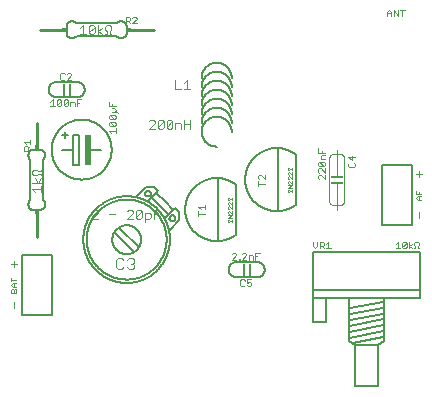
<source format=gto>
G75*
%MOIN*%
%OFA0B0*%
%FSLAX25Y25*%
%IPPOS*%
%LPD*%
%AMOC8*
5,1,8,0,0,1.08239X$1,22.5*
%
%ADD10C,0.00500*%
%ADD11C,0.00200*%
%ADD12C,0.00300*%
%ADD13C,0.00400*%
%ADD14C,0.00100*%
%ADD15R,0.04000X0.01000*%
%ADD16C,0.00800*%
%ADD17R,0.01500X0.01250*%
%ADD18C,0.00875*%
%ADD19R,0.01000X0.04000*%
%ADD20C,0.00600*%
%ADD21R,0.02000X0.10000*%
%ADD22R,0.01250X0.01500*%
D10*
X0016000Y0026000D02*
X0026000Y0026000D01*
X0026000Y0046000D01*
X0016000Y0046000D01*
X0016000Y0026000D01*
X0046899Y0053405D02*
X0053407Y0046896D01*
X0055012Y0048501D02*
X0048503Y0055009D01*
X0037665Y0051000D02*
X0037669Y0051327D01*
X0037681Y0051654D01*
X0037701Y0051981D01*
X0037729Y0052307D01*
X0037765Y0052632D01*
X0037809Y0052957D01*
X0037861Y0053280D01*
X0037921Y0053602D01*
X0037989Y0053922D01*
X0038065Y0054240D01*
X0038148Y0054557D01*
X0038239Y0054871D01*
X0038338Y0055183D01*
X0038445Y0055492D01*
X0038559Y0055799D01*
X0038680Y0056103D01*
X0038809Y0056404D01*
X0038945Y0056701D01*
X0039089Y0056996D01*
X0039240Y0057286D01*
X0039397Y0057573D01*
X0039562Y0057856D01*
X0039734Y0058134D01*
X0039912Y0058409D01*
X0040098Y0058678D01*
X0040289Y0058944D01*
X0040487Y0059204D01*
X0040692Y0059460D01*
X0040903Y0059710D01*
X0041119Y0059955D01*
X0041342Y0060195D01*
X0041571Y0060429D01*
X0041805Y0060658D01*
X0042045Y0060881D01*
X0042290Y0061097D01*
X0042540Y0061308D01*
X0042796Y0061513D01*
X0043056Y0061711D01*
X0043322Y0061902D01*
X0043591Y0062088D01*
X0043866Y0062266D01*
X0044144Y0062438D01*
X0044427Y0062603D01*
X0044714Y0062760D01*
X0045004Y0062911D01*
X0045299Y0063055D01*
X0045596Y0063191D01*
X0045897Y0063320D01*
X0046201Y0063441D01*
X0046508Y0063555D01*
X0046817Y0063662D01*
X0047129Y0063761D01*
X0047443Y0063852D01*
X0047760Y0063935D01*
X0048078Y0064011D01*
X0048398Y0064079D01*
X0048720Y0064139D01*
X0049043Y0064191D01*
X0049368Y0064235D01*
X0049693Y0064271D01*
X0050019Y0064299D01*
X0050346Y0064319D01*
X0050673Y0064331D01*
X0051000Y0064335D01*
X0051327Y0064331D01*
X0051654Y0064319D01*
X0051981Y0064299D01*
X0052307Y0064271D01*
X0052632Y0064235D01*
X0052957Y0064191D01*
X0053280Y0064139D01*
X0053602Y0064079D01*
X0053922Y0064011D01*
X0054240Y0063935D01*
X0054557Y0063852D01*
X0054871Y0063761D01*
X0055183Y0063662D01*
X0055492Y0063555D01*
X0055799Y0063441D01*
X0056103Y0063320D01*
X0056404Y0063191D01*
X0056701Y0063055D01*
X0056996Y0062911D01*
X0057286Y0062760D01*
X0057573Y0062603D01*
X0057856Y0062438D01*
X0058134Y0062266D01*
X0058409Y0062088D01*
X0058678Y0061902D01*
X0058944Y0061711D01*
X0059204Y0061513D01*
X0059460Y0061308D01*
X0059710Y0061097D01*
X0059955Y0060881D01*
X0060195Y0060658D01*
X0060429Y0060429D01*
X0060658Y0060195D01*
X0060881Y0059955D01*
X0061097Y0059710D01*
X0061308Y0059460D01*
X0061513Y0059204D01*
X0061711Y0058944D01*
X0061902Y0058678D01*
X0062088Y0058409D01*
X0062266Y0058134D01*
X0062438Y0057856D01*
X0062603Y0057573D01*
X0062760Y0057286D01*
X0062911Y0056996D01*
X0063055Y0056701D01*
X0063191Y0056404D01*
X0063320Y0056103D01*
X0063441Y0055799D01*
X0063555Y0055492D01*
X0063662Y0055183D01*
X0063761Y0054871D01*
X0063852Y0054557D01*
X0063935Y0054240D01*
X0064011Y0053922D01*
X0064079Y0053602D01*
X0064139Y0053280D01*
X0064191Y0052957D01*
X0064235Y0052632D01*
X0064271Y0052307D01*
X0064299Y0051981D01*
X0064319Y0051654D01*
X0064331Y0051327D01*
X0064335Y0051000D01*
X0064331Y0050673D01*
X0064319Y0050346D01*
X0064299Y0050019D01*
X0064271Y0049693D01*
X0064235Y0049368D01*
X0064191Y0049043D01*
X0064139Y0048720D01*
X0064079Y0048398D01*
X0064011Y0048078D01*
X0063935Y0047760D01*
X0063852Y0047443D01*
X0063761Y0047129D01*
X0063662Y0046817D01*
X0063555Y0046508D01*
X0063441Y0046201D01*
X0063320Y0045897D01*
X0063191Y0045596D01*
X0063055Y0045299D01*
X0062911Y0045004D01*
X0062760Y0044714D01*
X0062603Y0044427D01*
X0062438Y0044144D01*
X0062266Y0043866D01*
X0062088Y0043591D01*
X0061902Y0043322D01*
X0061711Y0043056D01*
X0061513Y0042796D01*
X0061308Y0042540D01*
X0061097Y0042290D01*
X0060881Y0042045D01*
X0060658Y0041805D01*
X0060429Y0041571D01*
X0060195Y0041342D01*
X0059955Y0041119D01*
X0059710Y0040903D01*
X0059460Y0040692D01*
X0059204Y0040487D01*
X0058944Y0040289D01*
X0058678Y0040098D01*
X0058409Y0039912D01*
X0058134Y0039734D01*
X0057856Y0039562D01*
X0057573Y0039397D01*
X0057286Y0039240D01*
X0056996Y0039089D01*
X0056701Y0038945D01*
X0056404Y0038809D01*
X0056103Y0038680D01*
X0055799Y0038559D01*
X0055492Y0038445D01*
X0055183Y0038338D01*
X0054871Y0038239D01*
X0054557Y0038148D01*
X0054240Y0038065D01*
X0053922Y0037989D01*
X0053602Y0037921D01*
X0053280Y0037861D01*
X0052957Y0037809D01*
X0052632Y0037765D01*
X0052307Y0037729D01*
X0051981Y0037701D01*
X0051654Y0037681D01*
X0051327Y0037669D01*
X0051000Y0037665D01*
X0050673Y0037669D01*
X0050346Y0037681D01*
X0050019Y0037701D01*
X0049693Y0037729D01*
X0049368Y0037765D01*
X0049043Y0037809D01*
X0048720Y0037861D01*
X0048398Y0037921D01*
X0048078Y0037989D01*
X0047760Y0038065D01*
X0047443Y0038148D01*
X0047129Y0038239D01*
X0046817Y0038338D01*
X0046508Y0038445D01*
X0046201Y0038559D01*
X0045897Y0038680D01*
X0045596Y0038809D01*
X0045299Y0038945D01*
X0045004Y0039089D01*
X0044714Y0039240D01*
X0044427Y0039397D01*
X0044144Y0039562D01*
X0043866Y0039734D01*
X0043591Y0039912D01*
X0043322Y0040098D01*
X0043056Y0040289D01*
X0042796Y0040487D01*
X0042540Y0040692D01*
X0042290Y0040903D01*
X0042045Y0041119D01*
X0041805Y0041342D01*
X0041571Y0041571D01*
X0041342Y0041805D01*
X0041119Y0042045D01*
X0040903Y0042290D01*
X0040692Y0042540D01*
X0040487Y0042796D01*
X0040289Y0043056D01*
X0040098Y0043322D01*
X0039912Y0043591D01*
X0039734Y0043866D01*
X0039562Y0044144D01*
X0039397Y0044427D01*
X0039240Y0044714D01*
X0039089Y0045004D01*
X0038945Y0045299D01*
X0038809Y0045596D01*
X0038680Y0045897D01*
X0038559Y0046201D01*
X0038445Y0046508D01*
X0038338Y0046817D01*
X0038239Y0047129D01*
X0038148Y0047443D01*
X0038065Y0047760D01*
X0037989Y0048078D01*
X0037921Y0048398D01*
X0037861Y0048720D01*
X0037809Y0049043D01*
X0037765Y0049368D01*
X0037729Y0049693D01*
X0037701Y0050019D01*
X0037681Y0050346D01*
X0037669Y0050673D01*
X0037665Y0051000D01*
X0036556Y0051000D02*
X0036560Y0051354D01*
X0036573Y0051709D01*
X0036595Y0052063D01*
X0036626Y0052416D01*
X0036665Y0052768D01*
X0036712Y0053119D01*
X0036769Y0053469D01*
X0036834Y0053818D01*
X0036907Y0054165D01*
X0036989Y0054510D01*
X0037079Y0054852D01*
X0037178Y0055193D01*
X0037285Y0055531D01*
X0037400Y0055866D01*
X0037524Y0056198D01*
X0037655Y0056527D01*
X0037795Y0056853D01*
X0037943Y0057176D01*
X0038098Y0057494D01*
X0038262Y0057809D01*
X0038432Y0058119D01*
X0038611Y0058426D01*
X0038797Y0058728D01*
X0038990Y0059025D01*
X0039191Y0059317D01*
X0039398Y0059604D01*
X0039613Y0059886D01*
X0039835Y0060163D01*
X0040063Y0060434D01*
X0040298Y0060700D01*
X0040539Y0060960D01*
X0040787Y0061213D01*
X0041040Y0061461D01*
X0041300Y0061702D01*
X0041566Y0061937D01*
X0041837Y0062165D01*
X0042114Y0062387D01*
X0042396Y0062602D01*
X0042683Y0062809D01*
X0042975Y0063010D01*
X0043272Y0063203D01*
X0043574Y0063389D01*
X0043881Y0063568D01*
X0044191Y0063738D01*
X0044506Y0063902D01*
X0044824Y0064057D01*
X0045147Y0064205D01*
X0045473Y0064345D01*
X0045802Y0064476D01*
X0046134Y0064600D01*
X0046469Y0064715D01*
X0046807Y0064822D01*
X0047148Y0064921D01*
X0047490Y0065011D01*
X0047835Y0065093D01*
X0048182Y0065166D01*
X0048531Y0065231D01*
X0048881Y0065288D01*
X0049232Y0065335D01*
X0049584Y0065374D01*
X0049937Y0065405D01*
X0050291Y0065427D01*
X0050646Y0065440D01*
X0051000Y0065444D01*
X0051354Y0065440D01*
X0051709Y0065427D01*
X0052063Y0065405D01*
X0052416Y0065374D01*
X0052768Y0065335D01*
X0053119Y0065288D01*
X0053469Y0065231D01*
X0053818Y0065166D01*
X0054165Y0065093D01*
X0054510Y0065011D01*
X0054852Y0064921D01*
X0055193Y0064822D01*
X0055531Y0064715D01*
X0055866Y0064600D01*
X0056198Y0064476D01*
X0056527Y0064345D01*
X0056853Y0064205D01*
X0057176Y0064057D01*
X0057494Y0063902D01*
X0057809Y0063738D01*
X0058119Y0063568D01*
X0058426Y0063389D01*
X0058728Y0063203D01*
X0059025Y0063010D01*
X0059317Y0062809D01*
X0059604Y0062602D01*
X0059886Y0062387D01*
X0060163Y0062165D01*
X0060434Y0061937D01*
X0060700Y0061702D01*
X0060960Y0061461D01*
X0061213Y0061213D01*
X0061461Y0060960D01*
X0061702Y0060700D01*
X0061937Y0060434D01*
X0062165Y0060163D01*
X0062387Y0059886D01*
X0062602Y0059604D01*
X0062809Y0059317D01*
X0063010Y0059025D01*
X0063203Y0058728D01*
X0063389Y0058426D01*
X0063568Y0058119D01*
X0063738Y0057809D01*
X0063902Y0057494D01*
X0064057Y0057176D01*
X0064205Y0056853D01*
X0064345Y0056527D01*
X0064476Y0056198D01*
X0064600Y0055866D01*
X0064715Y0055531D01*
X0064822Y0055193D01*
X0064921Y0054852D01*
X0065011Y0054510D01*
X0065093Y0054165D01*
X0065166Y0053818D01*
X0065231Y0053469D01*
X0065288Y0053119D01*
X0065335Y0052768D01*
X0065374Y0052416D01*
X0065405Y0052063D01*
X0065427Y0051709D01*
X0065440Y0051354D01*
X0065444Y0051000D01*
X0065440Y0050646D01*
X0065427Y0050291D01*
X0065405Y0049937D01*
X0065374Y0049584D01*
X0065335Y0049232D01*
X0065288Y0048881D01*
X0065231Y0048531D01*
X0065166Y0048182D01*
X0065093Y0047835D01*
X0065011Y0047490D01*
X0064921Y0047148D01*
X0064822Y0046807D01*
X0064715Y0046469D01*
X0064600Y0046134D01*
X0064476Y0045802D01*
X0064345Y0045473D01*
X0064205Y0045147D01*
X0064057Y0044824D01*
X0063902Y0044506D01*
X0063738Y0044191D01*
X0063568Y0043881D01*
X0063389Y0043574D01*
X0063203Y0043272D01*
X0063010Y0042975D01*
X0062809Y0042683D01*
X0062602Y0042396D01*
X0062387Y0042114D01*
X0062165Y0041837D01*
X0061937Y0041566D01*
X0061702Y0041300D01*
X0061461Y0041040D01*
X0061213Y0040787D01*
X0060960Y0040539D01*
X0060700Y0040298D01*
X0060434Y0040063D01*
X0060163Y0039835D01*
X0059886Y0039613D01*
X0059604Y0039398D01*
X0059317Y0039191D01*
X0059025Y0038990D01*
X0058728Y0038797D01*
X0058426Y0038611D01*
X0058119Y0038432D01*
X0057809Y0038262D01*
X0057494Y0038098D01*
X0057176Y0037943D01*
X0056853Y0037795D01*
X0056527Y0037655D01*
X0056198Y0037524D01*
X0055866Y0037400D01*
X0055531Y0037285D01*
X0055193Y0037178D01*
X0054852Y0037079D01*
X0054510Y0036989D01*
X0054165Y0036907D01*
X0053818Y0036834D01*
X0053469Y0036769D01*
X0053119Y0036712D01*
X0052768Y0036665D01*
X0052416Y0036626D01*
X0052063Y0036595D01*
X0051709Y0036573D01*
X0051354Y0036560D01*
X0051000Y0036556D01*
X0050646Y0036560D01*
X0050291Y0036573D01*
X0049937Y0036595D01*
X0049584Y0036626D01*
X0049232Y0036665D01*
X0048881Y0036712D01*
X0048531Y0036769D01*
X0048182Y0036834D01*
X0047835Y0036907D01*
X0047490Y0036989D01*
X0047148Y0037079D01*
X0046807Y0037178D01*
X0046469Y0037285D01*
X0046134Y0037400D01*
X0045802Y0037524D01*
X0045473Y0037655D01*
X0045147Y0037795D01*
X0044824Y0037943D01*
X0044506Y0038098D01*
X0044191Y0038262D01*
X0043881Y0038432D01*
X0043574Y0038611D01*
X0043272Y0038797D01*
X0042975Y0038990D01*
X0042683Y0039191D01*
X0042396Y0039398D01*
X0042114Y0039613D01*
X0041837Y0039835D01*
X0041566Y0040063D01*
X0041300Y0040298D01*
X0041040Y0040539D01*
X0040787Y0040787D01*
X0040539Y0041040D01*
X0040298Y0041300D01*
X0040063Y0041566D01*
X0039835Y0041837D01*
X0039613Y0042114D01*
X0039398Y0042396D01*
X0039191Y0042683D01*
X0038990Y0042975D01*
X0038797Y0043272D01*
X0038611Y0043574D01*
X0038432Y0043881D01*
X0038262Y0044191D01*
X0038098Y0044506D01*
X0037943Y0044824D01*
X0037795Y0045147D01*
X0037655Y0045473D01*
X0037524Y0045802D01*
X0037400Y0046134D01*
X0037285Y0046469D01*
X0037178Y0046807D01*
X0037079Y0047148D01*
X0036989Y0047490D01*
X0036907Y0047835D01*
X0036834Y0048182D01*
X0036769Y0048531D01*
X0036712Y0048881D01*
X0036665Y0049232D01*
X0036626Y0049584D01*
X0036595Y0049937D01*
X0036573Y0050291D01*
X0036560Y0050646D01*
X0036556Y0051000D01*
X0046200Y0051000D02*
X0046202Y0051138D01*
X0046208Y0051277D01*
X0046218Y0051415D01*
X0046232Y0051552D01*
X0046250Y0051689D01*
X0046272Y0051826D01*
X0046297Y0051962D01*
X0046327Y0052097D01*
X0046361Y0052231D01*
X0046398Y0052364D01*
X0046439Y0052496D01*
X0046484Y0052627D01*
X0046533Y0052757D01*
X0046585Y0052885D01*
X0046642Y0053011D01*
X0046701Y0053136D01*
X0046765Y0053259D01*
X0046832Y0053380D01*
X0046902Y0053499D01*
X0046976Y0053616D01*
X0047053Y0053731D01*
X0047133Y0053844D01*
X0047217Y0053954D01*
X0047303Y0054062D01*
X0047393Y0054167D01*
X0047486Y0054270D01*
X0047582Y0054370D01*
X0047680Y0054467D01*
X0047781Y0054561D01*
X0047885Y0054652D01*
X0047992Y0054740D01*
X0048101Y0054826D01*
X0048212Y0054908D01*
X0048326Y0054986D01*
X0048442Y0055062D01*
X0048560Y0055134D01*
X0048680Y0055202D01*
X0048802Y0055267D01*
X0048926Y0055329D01*
X0049052Y0055387D01*
X0049179Y0055441D01*
X0049308Y0055492D01*
X0049438Y0055539D01*
X0049569Y0055582D01*
X0049702Y0055621D01*
X0049836Y0055657D01*
X0049970Y0055688D01*
X0050106Y0055716D01*
X0050242Y0055740D01*
X0050379Y0055760D01*
X0050517Y0055776D01*
X0050654Y0055788D01*
X0050793Y0055796D01*
X0050931Y0055800D01*
X0051069Y0055800D01*
X0051207Y0055796D01*
X0051346Y0055788D01*
X0051483Y0055776D01*
X0051621Y0055760D01*
X0051758Y0055740D01*
X0051894Y0055716D01*
X0052030Y0055688D01*
X0052164Y0055657D01*
X0052298Y0055621D01*
X0052431Y0055582D01*
X0052562Y0055539D01*
X0052692Y0055492D01*
X0052821Y0055441D01*
X0052948Y0055387D01*
X0053074Y0055329D01*
X0053198Y0055267D01*
X0053320Y0055202D01*
X0053440Y0055134D01*
X0053558Y0055062D01*
X0053674Y0054986D01*
X0053788Y0054908D01*
X0053899Y0054826D01*
X0054008Y0054740D01*
X0054115Y0054652D01*
X0054219Y0054561D01*
X0054320Y0054467D01*
X0054418Y0054370D01*
X0054514Y0054270D01*
X0054607Y0054167D01*
X0054697Y0054062D01*
X0054783Y0053954D01*
X0054867Y0053844D01*
X0054947Y0053731D01*
X0055024Y0053616D01*
X0055098Y0053499D01*
X0055168Y0053380D01*
X0055235Y0053259D01*
X0055299Y0053136D01*
X0055358Y0053011D01*
X0055415Y0052885D01*
X0055467Y0052757D01*
X0055516Y0052627D01*
X0055561Y0052496D01*
X0055602Y0052364D01*
X0055639Y0052231D01*
X0055673Y0052097D01*
X0055703Y0051962D01*
X0055728Y0051826D01*
X0055750Y0051689D01*
X0055768Y0051552D01*
X0055782Y0051415D01*
X0055792Y0051277D01*
X0055798Y0051138D01*
X0055800Y0051000D01*
X0055798Y0050862D01*
X0055792Y0050723D01*
X0055782Y0050585D01*
X0055768Y0050448D01*
X0055750Y0050311D01*
X0055728Y0050174D01*
X0055703Y0050038D01*
X0055673Y0049903D01*
X0055639Y0049769D01*
X0055602Y0049636D01*
X0055561Y0049504D01*
X0055516Y0049373D01*
X0055467Y0049243D01*
X0055415Y0049115D01*
X0055358Y0048989D01*
X0055299Y0048864D01*
X0055235Y0048741D01*
X0055168Y0048620D01*
X0055098Y0048501D01*
X0055024Y0048384D01*
X0054947Y0048269D01*
X0054867Y0048156D01*
X0054783Y0048046D01*
X0054697Y0047938D01*
X0054607Y0047833D01*
X0054514Y0047730D01*
X0054418Y0047630D01*
X0054320Y0047533D01*
X0054219Y0047439D01*
X0054115Y0047348D01*
X0054008Y0047260D01*
X0053899Y0047174D01*
X0053788Y0047092D01*
X0053674Y0047014D01*
X0053558Y0046938D01*
X0053440Y0046866D01*
X0053320Y0046798D01*
X0053198Y0046733D01*
X0053074Y0046671D01*
X0052948Y0046613D01*
X0052821Y0046559D01*
X0052692Y0046508D01*
X0052562Y0046461D01*
X0052431Y0046418D01*
X0052298Y0046379D01*
X0052164Y0046343D01*
X0052030Y0046312D01*
X0051894Y0046284D01*
X0051758Y0046260D01*
X0051621Y0046240D01*
X0051483Y0046224D01*
X0051346Y0046212D01*
X0051207Y0046204D01*
X0051069Y0046200D01*
X0050931Y0046200D01*
X0050793Y0046204D01*
X0050654Y0046212D01*
X0050517Y0046224D01*
X0050379Y0046240D01*
X0050242Y0046260D01*
X0050106Y0046284D01*
X0049970Y0046312D01*
X0049836Y0046343D01*
X0049702Y0046379D01*
X0049569Y0046418D01*
X0049438Y0046461D01*
X0049308Y0046508D01*
X0049179Y0046559D01*
X0049052Y0046613D01*
X0048926Y0046671D01*
X0048802Y0046733D01*
X0048680Y0046798D01*
X0048560Y0046866D01*
X0048442Y0046938D01*
X0048326Y0047014D01*
X0048212Y0047092D01*
X0048101Y0047174D01*
X0047992Y0047260D01*
X0047885Y0047348D01*
X0047781Y0047439D01*
X0047680Y0047533D01*
X0047582Y0047630D01*
X0047486Y0047730D01*
X0047393Y0047833D01*
X0047303Y0047938D01*
X0047217Y0048046D01*
X0047133Y0048156D01*
X0047053Y0048269D01*
X0046976Y0048384D01*
X0046902Y0048501D01*
X0046832Y0048620D01*
X0046765Y0048741D01*
X0046701Y0048864D01*
X0046642Y0048989D01*
X0046585Y0049115D01*
X0046533Y0049243D01*
X0046484Y0049373D01*
X0046439Y0049504D01*
X0046398Y0049636D01*
X0046361Y0049769D01*
X0046327Y0049903D01*
X0046297Y0050038D01*
X0046272Y0050174D01*
X0046250Y0050311D01*
X0046232Y0050448D01*
X0046218Y0050585D01*
X0046208Y0050723D01*
X0046202Y0050862D01*
X0046200Y0051000D01*
X0058216Y0063739D02*
X0061563Y0067086D01*
X0060279Y0068370D01*
X0058803Y0068482D01*
X0057326Y0068595D01*
X0053958Y0065227D01*
X0057082Y0066360D02*
X0057084Y0066423D01*
X0057090Y0066485D01*
X0057100Y0066547D01*
X0057113Y0066609D01*
X0057131Y0066669D01*
X0057152Y0066728D01*
X0057177Y0066786D01*
X0057206Y0066842D01*
X0057238Y0066896D01*
X0057273Y0066948D01*
X0057311Y0066997D01*
X0057353Y0067045D01*
X0057397Y0067089D01*
X0057445Y0067131D01*
X0057494Y0067169D01*
X0057546Y0067204D01*
X0057600Y0067236D01*
X0057656Y0067265D01*
X0057714Y0067290D01*
X0057773Y0067311D01*
X0057833Y0067329D01*
X0057895Y0067342D01*
X0057957Y0067352D01*
X0058019Y0067358D01*
X0058082Y0067360D01*
X0058145Y0067358D01*
X0058207Y0067352D01*
X0058269Y0067342D01*
X0058331Y0067329D01*
X0058391Y0067311D01*
X0058450Y0067290D01*
X0058508Y0067265D01*
X0058564Y0067236D01*
X0058618Y0067204D01*
X0058670Y0067169D01*
X0058719Y0067131D01*
X0058767Y0067089D01*
X0058811Y0067045D01*
X0058853Y0066997D01*
X0058891Y0066948D01*
X0058926Y0066896D01*
X0058958Y0066842D01*
X0058987Y0066786D01*
X0059012Y0066728D01*
X0059033Y0066669D01*
X0059051Y0066609D01*
X0059064Y0066547D01*
X0059074Y0066485D01*
X0059080Y0066423D01*
X0059082Y0066360D01*
X0059080Y0066297D01*
X0059074Y0066235D01*
X0059064Y0066173D01*
X0059051Y0066111D01*
X0059033Y0066051D01*
X0059012Y0065992D01*
X0058987Y0065934D01*
X0058958Y0065878D01*
X0058926Y0065824D01*
X0058891Y0065772D01*
X0058853Y0065723D01*
X0058811Y0065675D01*
X0058767Y0065631D01*
X0058719Y0065589D01*
X0058670Y0065551D01*
X0058618Y0065516D01*
X0058564Y0065484D01*
X0058508Y0065455D01*
X0058450Y0065430D01*
X0058391Y0065409D01*
X0058331Y0065391D01*
X0058269Y0065378D01*
X0058207Y0065368D01*
X0058145Y0065362D01*
X0058082Y0065360D01*
X0058019Y0065362D01*
X0057957Y0065368D01*
X0057895Y0065378D01*
X0057833Y0065391D01*
X0057773Y0065409D01*
X0057714Y0065430D01*
X0057656Y0065455D01*
X0057600Y0065484D01*
X0057546Y0065516D01*
X0057494Y0065551D01*
X0057445Y0065589D01*
X0057397Y0065631D01*
X0057353Y0065675D01*
X0057311Y0065723D01*
X0057273Y0065772D01*
X0057238Y0065824D01*
X0057206Y0065878D01*
X0057177Y0065934D01*
X0057152Y0065992D01*
X0057131Y0066051D01*
X0057113Y0066111D01*
X0057100Y0066173D01*
X0057090Y0066235D01*
X0057084Y0066297D01*
X0057082Y0066360D01*
X0059461Y0064850D02*
X0064868Y0059443D01*
X0063725Y0058230D02*
X0067072Y0061577D01*
X0068355Y0060293D01*
X0068462Y0058822D01*
X0068569Y0057352D01*
X0065360Y0054143D01*
X0065280Y0058107D02*
X0065282Y0058170D01*
X0065288Y0058232D01*
X0065298Y0058294D01*
X0065311Y0058356D01*
X0065329Y0058416D01*
X0065350Y0058475D01*
X0065375Y0058533D01*
X0065404Y0058589D01*
X0065436Y0058643D01*
X0065471Y0058695D01*
X0065509Y0058744D01*
X0065551Y0058792D01*
X0065595Y0058836D01*
X0065643Y0058878D01*
X0065692Y0058916D01*
X0065744Y0058951D01*
X0065798Y0058983D01*
X0065854Y0059012D01*
X0065912Y0059037D01*
X0065971Y0059058D01*
X0066031Y0059076D01*
X0066093Y0059089D01*
X0066155Y0059099D01*
X0066217Y0059105D01*
X0066280Y0059107D01*
X0066343Y0059105D01*
X0066405Y0059099D01*
X0066467Y0059089D01*
X0066529Y0059076D01*
X0066589Y0059058D01*
X0066648Y0059037D01*
X0066706Y0059012D01*
X0066762Y0058983D01*
X0066816Y0058951D01*
X0066868Y0058916D01*
X0066917Y0058878D01*
X0066965Y0058836D01*
X0067009Y0058792D01*
X0067051Y0058744D01*
X0067089Y0058695D01*
X0067124Y0058643D01*
X0067156Y0058589D01*
X0067185Y0058533D01*
X0067210Y0058475D01*
X0067231Y0058416D01*
X0067249Y0058356D01*
X0067262Y0058294D01*
X0067272Y0058232D01*
X0067278Y0058170D01*
X0067280Y0058107D01*
X0067278Y0058044D01*
X0067272Y0057982D01*
X0067262Y0057920D01*
X0067249Y0057858D01*
X0067231Y0057798D01*
X0067210Y0057739D01*
X0067185Y0057681D01*
X0067156Y0057625D01*
X0067124Y0057571D01*
X0067089Y0057519D01*
X0067051Y0057470D01*
X0067009Y0057422D01*
X0066965Y0057378D01*
X0066917Y0057336D01*
X0066868Y0057298D01*
X0066816Y0057263D01*
X0066762Y0057231D01*
X0066706Y0057202D01*
X0066648Y0057177D01*
X0066589Y0057156D01*
X0066529Y0057138D01*
X0066467Y0057125D01*
X0066405Y0057115D01*
X0066343Y0057109D01*
X0066280Y0057107D01*
X0066217Y0057109D01*
X0066155Y0057115D01*
X0066093Y0057125D01*
X0066031Y0057138D01*
X0065971Y0057156D01*
X0065912Y0057177D01*
X0065854Y0057202D01*
X0065798Y0057231D01*
X0065744Y0057263D01*
X0065692Y0057298D01*
X0065643Y0057336D01*
X0065595Y0057378D01*
X0065551Y0057422D01*
X0065509Y0057470D01*
X0065471Y0057519D01*
X0065436Y0057571D01*
X0065404Y0057625D01*
X0065375Y0057681D01*
X0065350Y0057739D01*
X0065329Y0057798D01*
X0065311Y0057858D01*
X0065298Y0057920D01*
X0065288Y0057982D01*
X0065282Y0058044D01*
X0065280Y0058107D01*
X0066489Y0060940D02*
X0063708Y0063721D01*
X0063708Y0063722D02*
X0061177Y0066253D01*
X0085378Y0070546D02*
X0085603Y0070439D01*
X0085826Y0070327D01*
X0086046Y0070210D01*
X0086263Y0070088D01*
X0086478Y0069960D01*
X0086689Y0069827D01*
X0086897Y0069690D01*
X0087101Y0069547D01*
X0087303Y0069400D01*
X0087500Y0069248D01*
X0087500Y0052752D01*
X0081500Y0050512D02*
X0081500Y0071488D01*
X0081244Y0071497D01*
X0080988Y0071500D01*
X0080732Y0071497D01*
X0080476Y0071487D01*
X0080221Y0071471D01*
X0079966Y0071449D01*
X0079711Y0071421D01*
X0079458Y0071386D01*
X0079205Y0071345D01*
X0078953Y0071299D01*
X0078703Y0071246D01*
X0078454Y0071187D01*
X0078206Y0071121D01*
X0077960Y0071050D01*
X0077716Y0070973D01*
X0077474Y0070890D01*
X0077234Y0070801D01*
X0076996Y0070707D01*
X0076761Y0070606D01*
X0076528Y0070500D01*
X0081500Y0071488D02*
X0081757Y0071473D01*
X0082014Y0071451D01*
X0082270Y0071423D01*
X0082525Y0071389D01*
X0082779Y0071348D01*
X0083032Y0071301D01*
X0083284Y0071248D01*
X0083535Y0071189D01*
X0083784Y0071124D01*
X0084031Y0071053D01*
X0084277Y0070976D01*
X0084521Y0070892D01*
X0084762Y0070803D01*
X0085001Y0070708D01*
X0085238Y0070607D01*
X0085472Y0070500D01*
X0081500Y0050512D02*
X0081244Y0050503D01*
X0080988Y0050500D01*
X0080732Y0050503D01*
X0080476Y0050513D01*
X0080221Y0050529D01*
X0079966Y0050551D01*
X0079711Y0050579D01*
X0079458Y0050614D01*
X0079205Y0050655D01*
X0078953Y0050701D01*
X0078703Y0050754D01*
X0078454Y0050813D01*
X0078206Y0050879D01*
X0077960Y0050950D01*
X0077716Y0051027D01*
X0077474Y0051110D01*
X0077234Y0051199D01*
X0076996Y0051293D01*
X0076761Y0051394D01*
X0076528Y0051500D01*
X0085472Y0051498D02*
X0085687Y0051602D01*
X0085900Y0051711D01*
X0086110Y0051825D01*
X0086317Y0051944D01*
X0086522Y0052067D01*
X0086724Y0052195D01*
X0086923Y0052328D01*
X0087118Y0052465D01*
X0087311Y0052606D01*
X0087500Y0052752D01*
X0087500Y0043500D02*
X0094500Y0043500D01*
X0097000Y0041000D02*
X0096998Y0040902D01*
X0096992Y0040804D01*
X0096983Y0040706D01*
X0096969Y0040609D01*
X0096952Y0040512D01*
X0096931Y0040416D01*
X0096906Y0040321D01*
X0096878Y0040227D01*
X0096845Y0040135D01*
X0096810Y0040043D01*
X0096770Y0039953D01*
X0096728Y0039865D01*
X0096681Y0039778D01*
X0096632Y0039694D01*
X0096579Y0039611D01*
X0096523Y0039531D01*
X0096463Y0039452D01*
X0096401Y0039376D01*
X0096336Y0039303D01*
X0096268Y0039232D01*
X0096197Y0039164D01*
X0096124Y0039099D01*
X0096048Y0039037D01*
X0095969Y0038977D01*
X0095889Y0038921D01*
X0095806Y0038868D01*
X0095722Y0038819D01*
X0095635Y0038772D01*
X0095547Y0038730D01*
X0095457Y0038690D01*
X0095365Y0038655D01*
X0095273Y0038622D01*
X0095179Y0038594D01*
X0095084Y0038569D01*
X0094988Y0038548D01*
X0094891Y0038531D01*
X0094794Y0038517D01*
X0094696Y0038508D01*
X0094598Y0038502D01*
X0094500Y0038500D01*
X0087500Y0038500D01*
X0085000Y0041000D02*
X0085002Y0041098D01*
X0085008Y0041196D01*
X0085017Y0041294D01*
X0085031Y0041391D01*
X0085048Y0041488D01*
X0085069Y0041584D01*
X0085094Y0041679D01*
X0085122Y0041773D01*
X0085155Y0041865D01*
X0085190Y0041957D01*
X0085230Y0042047D01*
X0085272Y0042135D01*
X0085319Y0042222D01*
X0085368Y0042306D01*
X0085421Y0042389D01*
X0085477Y0042469D01*
X0085537Y0042548D01*
X0085599Y0042624D01*
X0085664Y0042697D01*
X0085732Y0042768D01*
X0085803Y0042836D01*
X0085876Y0042901D01*
X0085952Y0042963D01*
X0086031Y0043023D01*
X0086111Y0043079D01*
X0086194Y0043132D01*
X0086278Y0043181D01*
X0086365Y0043228D01*
X0086453Y0043270D01*
X0086543Y0043310D01*
X0086635Y0043345D01*
X0086727Y0043378D01*
X0086821Y0043406D01*
X0086916Y0043431D01*
X0087012Y0043452D01*
X0087109Y0043469D01*
X0087206Y0043483D01*
X0087304Y0043492D01*
X0087402Y0043498D01*
X0087500Y0043500D01*
X0085000Y0041000D02*
X0085002Y0040902D01*
X0085008Y0040804D01*
X0085017Y0040706D01*
X0085031Y0040609D01*
X0085048Y0040512D01*
X0085069Y0040416D01*
X0085094Y0040321D01*
X0085122Y0040227D01*
X0085155Y0040135D01*
X0085190Y0040043D01*
X0085230Y0039953D01*
X0085272Y0039865D01*
X0085319Y0039778D01*
X0085368Y0039694D01*
X0085421Y0039611D01*
X0085477Y0039531D01*
X0085537Y0039452D01*
X0085599Y0039376D01*
X0085664Y0039303D01*
X0085732Y0039232D01*
X0085803Y0039164D01*
X0085876Y0039099D01*
X0085952Y0039037D01*
X0086031Y0038977D01*
X0086111Y0038921D01*
X0086194Y0038868D01*
X0086278Y0038819D01*
X0086365Y0038772D01*
X0086453Y0038730D01*
X0086543Y0038690D01*
X0086635Y0038655D01*
X0086727Y0038622D01*
X0086821Y0038594D01*
X0086916Y0038569D01*
X0087012Y0038548D01*
X0087109Y0038531D01*
X0087206Y0038517D01*
X0087304Y0038508D01*
X0087402Y0038502D01*
X0087500Y0038500D01*
X0094500Y0043500D02*
X0094598Y0043498D01*
X0094696Y0043492D01*
X0094794Y0043483D01*
X0094891Y0043469D01*
X0094988Y0043452D01*
X0095084Y0043431D01*
X0095179Y0043406D01*
X0095273Y0043378D01*
X0095365Y0043345D01*
X0095457Y0043310D01*
X0095547Y0043270D01*
X0095635Y0043228D01*
X0095722Y0043181D01*
X0095806Y0043132D01*
X0095889Y0043079D01*
X0095969Y0043023D01*
X0096048Y0042963D01*
X0096124Y0042901D01*
X0096197Y0042836D01*
X0096268Y0042768D01*
X0096336Y0042697D01*
X0096401Y0042624D01*
X0096463Y0042548D01*
X0096523Y0042469D01*
X0096579Y0042389D01*
X0096632Y0042306D01*
X0096681Y0042222D01*
X0096728Y0042135D01*
X0096770Y0042047D01*
X0096810Y0041957D01*
X0096845Y0041865D01*
X0096878Y0041773D01*
X0096906Y0041679D01*
X0096931Y0041584D01*
X0096952Y0041488D01*
X0096969Y0041391D01*
X0096983Y0041294D01*
X0096992Y0041196D01*
X0096998Y0041098D01*
X0097000Y0041000D01*
X0096998Y0040902D01*
X0096992Y0040804D01*
X0096983Y0040706D01*
X0096969Y0040609D01*
X0096952Y0040512D01*
X0096931Y0040416D01*
X0096906Y0040321D01*
X0096878Y0040227D01*
X0096845Y0040135D01*
X0096810Y0040043D01*
X0096770Y0039953D01*
X0096728Y0039865D01*
X0096681Y0039778D01*
X0096632Y0039694D01*
X0096579Y0039611D01*
X0096523Y0039531D01*
X0096463Y0039452D01*
X0096401Y0039376D01*
X0096336Y0039303D01*
X0096268Y0039232D01*
X0096197Y0039164D01*
X0096124Y0039099D01*
X0096048Y0039037D01*
X0095969Y0038977D01*
X0095889Y0038921D01*
X0095806Y0038868D01*
X0095722Y0038819D01*
X0095635Y0038772D01*
X0095547Y0038730D01*
X0095457Y0038690D01*
X0095365Y0038655D01*
X0095273Y0038622D01*
X0095179Y0038594D01*
X0095084Y0038569D01*
X0094988Y0038548D01*
X0094891Y0038531D01*
X0094794Y0038517D01*
X0094696Y0038508D01*
X0094598Y0038502D01*
X0094500Y0038500D01*
X0101500Y0060512D02*
X0101500Y0081488D01*
X0107500Y0079248D02*
X0107500Y0062752D01*
X0107311Y0062606D01*
X0107118Y0062465D01*
X0106923Y0062328D01*
X0106724Y0062195D01*
X0106522Y0062067D01*
X0106317Y0061944D01*
X0106110Y0061825D01*
X0105900Y0061711D01*
X0105687Y0061602D01*
X0105472Y0061498D01*
X0101500Y0060512D02*
X0101244Y0060503D01*
X0100988Y0060500D01*
X0100732Y0060503D01*
X0100476Y0060513D01*
X0100221Y0060529D01*
X0099966Y0060551D01*
X0099711Y0060579D01*
X0099458Y0060614D01*
X0099205Y0060655D01*
X0098953Y0060701D01*
X0098703Y0060754D01*
X0098454Y0060813D01*
X0098206Y0060879D01*
X0097960Y0060950D01*
X0097716Y0061027D01*
X0097474Y0061110D01*
X0097234Y0061199D01*
X0096996Y0061293D01*
X0096761Y0061394D01*
X0096528Y0061500D01*
X0101500Y0060512D02*
X0101757Y0060527D01*
X0102014Y0060549D01*
X0102270Y0060577D01*
X0102525Y0060611D01*
X0102779Y0060652D01*
X0103032Y0060699D01*
X0103284Y0060752D01*
X0103535Y0060811D01*
X0103784Y0060876D01*
X0104031Y0060947D01*
X0104277Y0061024D01*
X0104521Y0061108D01*
X0104762Y0061197D01*
X0105001Y0061292D01*
X0105238Y0061393D01*
X0105472Y0061500D01*
X0101500Y0081488D02*
X0101244Y0081497D01*
X0100988Y0081500D01*
X0100732Y0081497D01*
X0100476Y0081487D01*
X0100221Y0081471D01*
X0099966Y0081449D01*
X0099711Y0081421D01*
X0099458Y0081386D01*
X0099205Y0081345D01*
X0098953Y0081299D01*
X0098703Y0081246D01*
X0098454Y0081187D01*
X0098206Y0081121D01*
X0097960Y0081050D01*
X0097716Y0080973D01*
X0097474Y0080890D01*
X0097234Y0080801D01*
X0096996Y0080707D01*
X0096761Y0080606D01*
X0096528Y0080500D01*
X0105378Y0080546D02*
X0105603Y0080439D01*
X0105826Y0080327D01*
X0106046Y0080210D01*
X0106263Y0080088D01*
X0106478Y0079960D01*
X0106689Y0079827D01*
X0106897Y0079690D01*
X0107101Y0079547D01*
X0107303Y0079400D01*
X0107500Y0079248D01*
X0096528Y0080500D02*
X0096298Y0080388D01*
X0096071Y0080271D01*
X0095847Y0080149D01*
X0095626Y0080021D01*
X0095409Y0079887D01*
X0095194Y0079749D01*
X0094983Y0079605D01*
X0094776Y0079456D01*
X0094572Y0079302D01*
X0094372Y0079144D01*
X0094176Y0078980D01*
X0093984Y0078812D01*
X0093796Y0078639D01*
X0093612Y0078461D01*
X0093433Y0078280D01*
X0093258Y0078093D01*
X0093088Y0077903D01*
X0092923Y0077709D01*
X0092762Y0077510D01*
X0092606Y0077308D01*
X0092455Y0077102D01*
X0092309Y0076892D01*
X0092169Y0076679D01*
X0092033Y0076463D01*
X0091903Y0076243D01*
X0091778Y0076020D01*
X0091659Y0075795D01*
X0091545Y0075566D01*
X0091437Y0075335D01*
X0091334Y0075101D01*
X0091237Y0074865D01*
X0091146Y0074626D01*
X0091061Y0074386D01*
X0090981Y0074143D01*
X0090908Y0073898D01*
X0090840Y0073652D01*
X0090779Y0073404D01*
X0090724Y0073155D01*
X0090674Y0072905D01*
X0090631Y0072653D01*
X0090594Y0072400D01*
X0090563Y0072147D01*
X0090538Y0071893D01*
X0090519Y0071638D01*
X0090507Y0071383D01*
X0090501Y0071128D01*
X0090501Y0070872D01*
X0090507Y0070617D01*
X0090519Y0070362D01*
X0090538Y0070107D01*
X0090563Y0069853D01*
X0090594Y0069600D01*
X0090631Y0069347D01*
X0090674Y0069095D01*
X0090724Y0068845D01*
X0090779Y0068596D01*
X0090840Y0068348D01*
X0090908Y0068102D01*
X0090981Y0067857D01*
X0091061Y0067614D01*
X0091146Y0067374D01*
X0091237Y0067135D01*
X0091334Y0066899D01*
X0091437Y0066665D01*
X0091545Y0066434D01*
X0091659Y0066205D01*
X0091778Y0065980D01*
X0091903Y0065757D01*
X0092033Y0065537D01*
X0092169Y0065321D01*
X0092309Y0065108D01*
X0092455Y0064898D01*
X0092606Y0064692D01*
X0092762Y0064490D01*
X0092923Y0064291D01*
X0093088Y0064097D01*
X0093258Y0063907D01*
X0093433Y0063720D01*
X0093612Y0063539D01*
X0093796Y0063361D01*
X0093984Y0063188D01*
X0094176Y0063020D01*
X0094372Y0062856D01*
X0094572Y0062698D01*
X0094776Y0062544D01*
X0094983Y0062395D01*
X0095194Y0062251D01*
X0095409Y0062113D01*
X0095626Y0061979D01*
X0095847Y0061851D01*
X0096071Y0061729D01*
X0096298Y0061612D01*
X0096528Y0061500D01*
X0101500Y0081488D02*
X0101757Y0081473D01*
X0102014Y0081451D01*
X0102270Y0081423D01*
X0102525Y0081389D01*
X0102779Y0081348D01*
X0103032Y0081301D01*
X0103284Y0081248D01*
X0103535Y0081189D01*
X0103784Y0081124D01*
X0104031Y0081053D01*
X0104277Y0080976D01*
X0104521Y0080892D01*
X0104762Y0080803D01*
X0105001Y0080708D01*
X0105238Y0080607D01*
X0105472Y0080500D01*
X0081000Y0082000D02*
X0080860Y0082002D01*
X0080720Y0082008D01*
X0080580Y0082018D01*
X0080440Y0082031D01*
X0080301Y0082049D01*
X0080162Y0082071D01*
X0080025Y0082096D01*
X0079887Y0082125D01*
X0079751Y0082158D01*
X0079616Y0082195D01*
X0079482Y0082236D01*
X0079349Y0082281D01*
X0079217Y0082329D01*
X0079087Y0082381D01*
X0078958Y0082436D01*
X0078831Y0082495D01*
X0078705Y0082558D01*
X0078581Y0082624D01*
X0078460Y0082693D01*
X0078340Y0082766D01*
X0078222Y0082843D01*
X0078107Y0082922D01*
X0077993Y0083005D01*
X0077883Y0083091D01*
X0077774Y0083180D01*
X0077668Y0083272D01*
X0077565Y0083367D01*
X0077464Y0083464D01*
X0077367Y0083565D01*
X0077272Y0083668D01*
X0077180Y0083774D01*
X0077091Y0083883D01*
X0077005Y0083993D01*
X0076922Y0084107D01*
X0076843Y0084222D01*
X0076766Y0084340D01*
X0076693Y0084460D01*
X0076624Y0084581D01*
X0076558Y0084705D01*
X0076495Y0084831D01*
X0076436Y0084958D01*
X0076381Y0085087D01*
X0076329Y0085217D01*
X0076281Y0085349D01*
X0076236Y0085482D01*
X0076195Y0085616D01*
X0076158Y0085751D01*
X0076125Y0085887D01*
X0076096Y0086025D01*
X0076071Y0086162D01*
X0076049Y0086301D01*
X0076031Y0086440D01*
X0076018Y0086580D01*
X0076008Y0086720D01*
X0076002Y0086860D01*
X0076000Y0087000D01*
X0076002Y0087140D01*
X0076008Y0087280D01*
X0076018Y0087420D01*
X0076031Y0087560D01*
X0076049Y0087699D01*
X0076071Y0087838D01*
X0076096Y0087975D01*
X0076125Y0088113D01*
X0076158Y0088249D01*
X0076195Y0088384D01*
X0076236Y0088518D01*
X0076281Y0088651D01*
X0076329Y0088783D01*
X0076381Y0088913D01*
X0076436Y0089042D01*
X0076495Y0089169D01*
X0076558Y0089295D01*
X0076624Y0089419D01*
X0076693Y0089540D01*
X0076766Y0089660D01*
X0076843Y0089778D01*
X0076922Y0089893D01*
X0077005Y0090007D01*
X0077091Y0090117D01*
X0077180Y0090226D01*
X0077272Y0090332D01*
X0077367Y0090435D01*
X0077464Y0090536D01*
X0077565Y0090633D01*
X0077668Y0090728D01*
X0077774Y0090820D01*
X0077883Y0090909D01*
X0077993Y0090995D01*
X0078107Y0091078D01*
X0078222Y0091157D01*
X0078340Y0091234D01*
X0078460Y0091307D01*
X0078581Y0091376D01*
X0078705Y0091442D01*
X0078831Y0091505D01*
X0078958Y0091564D01*
X0079087Y0091619D01*
X0079217Y0091671D01*
X0079349Y0091719D01*
X0079482Y0091764D01*
X0079616Y0091805D01*
X0079751Y0091842D01*
X0079887Y0091875D01*
X0080025Y0091904D01*
X0080162Y0091929D01*
X0080301Y0091951D01*
X0080440Y0091969D01*
X0080580Y0091982D01*
X0080720Y0091992D01*
X0080860Y0091998D01*
X0081000Y0092000D01*
X0076000Y0093000D02*
X0076002Y0093140D01*
X0076008Y0093280D01*
X0076018Y0093420D01*
X0076031Y0093560D01*
X0076049Y0093699D01*
X0076071Y0093838D01*
X0076096Y0093975D01*
X0076125Y0094113D01*
X0076158Y0094249D01*
X0076195Y0094384D01*
X0076236Y0094518D01*
X0076281Y0094651D01*
X0076329Y0094783D01*
X0076381Y0094913D01*
X0076436Y0095042D01*
X0076495Y0095169D01*
X0076558Y0095295D01*
X0076624Y0095419D01*
X0076693Y0095540D01*
X0076766Y0095660D01*
X0076843Y0095778D01*
X0076922Y0095893D01*
X0077005Y0096007D01*
X0077091Y0096117D01*
X0077180Y0096226D01*
X0077272Y0096332D01*
X0077367Y0096435D01*
X0077464Y0096536D01*
X0077565Y0096633D01*
X0077668Y0096728D01*
X0077774Y0096820D01*
X0077883Y0096909D01*
X0077993Y0096995D01*
X0078107Y0097078D01*
X0078222Y0097157D01*
X0078340Y0097234D01*
X0078460Y0097307D01*
X0078581Y0097376D01*
X0078705Y0097442D01*
X0078831Y0097505D01*
X0078958Y0097564D01*
X0079087Y0097619D01*
X0079217Y0097671D01*
X0079349Y0097719D01*
X0079482Y0097764D01*
X0079616Y0097805D01*
X0079751Y0097842D01*
X0079887Y0097875D01*
X0080025Y0097904D01*
X0080162Y0097929D01*
X0080301Y0097951D01*
X0080440Y0097969D01*
X0080580Y0097982D01*
X0080720Y0097992D01*
X0080860Y0097998D01*
X0081000Y0098000D01*
X0076000Y0099000D02*
X0076002Y0099140D01*
X0076008Y0099280D01*
X0076018Y0099420D01*
X0076031Y0099560D01*
X0076049Y0099699D01*
X0076071Y0099838D01*
X0076096Y0099975D01*
X0076125Y0100113D01*
X0076158Y0100249D01*
X0076195Y0100384D01*
X0076236Y0100518D01*
X0076281Y0100651D01*
X0076329Y0100783D01*
X0076381Y0100913D01*
X0076436Y0101042D01*
X0076495Y0101169D01*
X0076558Y0101295D01*
X0076624Y0101419D01*
X0076693Y0101540D01*
X0076766Y0101660D01*
X0076843Y0101778D01*
X0076922Y0101893D01*
X0077005Y0102007D01*
X0077091Y0102117D01*
X0077180Y0102226D01*
X0077272Y0102332D01*
X0077367Y0102435D01*
X0077464Y0102536D01*
X0077565Y0102633D01*
X0077668Y0102728D01*
X0077774Y0102820D01*
X0077883Y0102909D01*
X0077993Y0102995D01*
X0078107Y0103078D01*
X0078222Y0103157D01*
X0078340Y0103234D01*
X0078460Y0103307D01*
X0078581Y0103376D01*
X0078705Y0103442D01*
X0078831Y0103505D01*
X0078958Y0103564D01*
X0079087Y0103619D01*
X0079217Y0103671D01*
X0079349Y0103719D01*
X0079482Y0103764D01*
X0079616Y0103805D01*
X0079751Y0103842D01*
X0079887Y0103875D01*
X0080025Y0103904D01*
X0080162Y0103929D01*
X0080301Y0103951D01*
X0080440Y0103969D01*
X0080580Y0103982D01*
X0080720Y0103992D01*
X0080860Y0103998D01*
X0081000Y0104000D01*
X0076000Y0105000D02*
X0076002Y0105140D01*
X0076008Y0105280D01*
X0076018Y0105420D01*
X0076031Y0105560D01*
X0076049Y0105699D01*
X0076071Y0105838D01*
X0076096Y0105975D01*
X0076125Y0106113D01*
X0076158Y0106249D01*
X0076195Y0106384D01*
X0076236Y0106518D01*
X0076281Y0106651D01*
X0076329Y0106783D01*
X0076381Y0106913D01*
X0076436Y0107042D01*
X0076495Y0107169D01*
X0076558Y0107295D01*
X0076624Y0107419D01*
X0076693Y0107540D01*
X0076766Y0107660D01*
X0076843Y0107778D01*
X0076922Y0107893D01*
X0077005Y0108007D01*
X0077091Y0108117D01*
X0077180Y0108226D01*
X0077272Y0108332D01*
X0077367Y0108435D01*
X0077464Y0108536D01*
X0077565Y0108633D01*
X0077668Y0108728D01*
X0077774Y0108820D01*
X0077883Y0108909D01*
X0077993Y0108995D01*
X0078107Y0109078D01*
X0078222Y0109157D01*
X0078340Y0109234D01*
X0078460Y0109307D01*
X0078581Y0109376D01*
X0078705Y0109442D01*
X0078831Y0109505D01*
X0078958Y0109564D01*
X0079087Y0109619D01*
X0079217Y0109671D01*
X0079349Y0109719D01*
X0079482Y0109764D01*
X0079616Y0109805D01*
X0079751Y0109842D01*
X0079887Y0109875D01*
X0080025Y0109904D01*
X0080162Y0109929D01*
X0080301Y0109951D01*
X0080440Y0109969D01*
X0080580Y0109982D01*
X0080720Y0109992D01*
X0080860Y0109998D01*
X0081000Y0110000D01*
X0081140Y0109998D01*
X0081280Y0109992D01*
X0081420Y0109982D01*
X0081560Y0109969D01*
X0081699Y0109951D01*
X0081838Y0109929D01*
X0081975Y0109904D01*
X0082113Y0109875D01*
X0082249Y0109842D01*
X0082384Y0109805D01*
X0082518Y0109764D01*
X0082651Y0109719D01*
X0082783Y0109671D01*
X0082913Y0109619D01*
X0083042Y0109564D01*
X0083169Y0109505D01*
X0083295Y0109442D01*
X0083419Y0109376D01*
X0083540Y0109307D01*
X0083660Y0109234D01*
X0083778Y0109157D01*
X0083893Y0109078D01*
X0084007Y0108995D01*
X0084117Y0108909D01*
X0084226Y0108820D01*
X0084332Y0108728D01*
X0084435Y0108633D01*
X0084536Y0108536D01*
X0084633Y0108435D01*
X0084728Y0108332D01*
X0084820Y0108226D01*
X0084909Y0108117D01*
X0084995Y0108007D01*
X0085078Y0107893D01*
X0085157Y0107778D01*
X0085234Y0107660D01*
X0085307Y0107540D01*
X0085376Y0107419D01*
X0085442Y0107295D01*
X0085505Y0107169D01*
X0085564Y0107042D01*
X0085619Y0106913D01*
X0085671Y0106783D01*
X0085719Y0106651D01*
X0085764Y0106518D01*
X0085805Y0106384D01*
X0085842Y0106249D01*
X0085875Y0106113D01*
X0085904Y0105975D01*
X0085929Y0105838D01*
X0085951Y0105699D01*
X0085969Y0105560D01*
X0085982Y0105420D01*
X0085992Y0105280D01*
X0085998Y0105140D01*
X0086000Y0105000D01*
X0081000Y0107000D02*
X0080860Y0106998D01*
X0080720Y0106992D01*
X0080580Y0106982D01*
X0080440Y0106969D01*
X0080301Y0106951D01*
X0080162Y0106929D01*
X0080025Y0106904D01*
X0079887Y0106875D01*
X0079751Y0106842D01*
X0079616Y0106805D01*
X0079482Y0106764D01*
X0079349Y0106719D01*
X0079217Y0106671D01*
X0079087Y0106619D01*
X0078958Y0106564D01*
X0078831Y0106505D01*
X0078705Y0106442D01*
X0078581Y0106376D01*
X0078460Y0106307D01*
X0078340Y0106234D01*
X0078222Y0106157D01*
X0078107Y0106078D01*
X0077993Y0105995D01*
X0077883Y0105909D01*
X0077774Y0105820D01*
X0077668Y0105728D01*
X0077565Y0105633D01*
X0077464Y0105536D01*
X0077367Y0105435D01*
X0077272Y0105332D01*
X0077180Y0105226D01*
X0077091Y0105117D01*
X0077005Y0105007D01*
X0076922Y0104893D01*
X0076843Y0104778D01*
X0076766Y0104660D01*
X0076693Y0104540D01*
X0076624Y0104419D01*
X0076558Y0104295D01*
X0076495Y0104169D01*
X0076436Y0104042D01*
X0076381Y0103913D01*
X0076329Y0103783D01*
X0076281Y0103651D01*
X0076236Y0103518D01*
X0076195Y0103384D01*
X0076158Y0103249D01*
X0076125Y0103113D01*
X0076096Y0102975D01*
X0076071Y0102838D01*
X0076049Y0102699D01*
X0076031Y0102560D01*
X0076018Y0102420D01*
X0076008Y0102280D01*
X0076002Y0102140D01*
X0076000Y0102000D01*
X0081000Y0107000D02*
X0081140Y0106998D01*
X0081280Y0106992D01*
X0081420Y0106982D01*
X0081560Y0106969D01*
X0081699Y0106951D01*
X0081838Y0106929D01*
X0081975Y0106904D01*
X0082113Y0106875D01*
X0082249Y0106842D01*
X0082384Y0106805D01*
X0082518Y0106764D01*
X0082651Y0106719D01*
X0082783Y0106671D01*
X0082913Y0106619D01*
X0083042Y0106564D01*
X0083169Y0106505D01*
X0083295Y0106442D01*
X0083419Y0106376D01*
X0083540Y0106307D01*
X0083660Y0106234D01*
X0083778Y0106157D01*
X0083893Y0106078D01*
X0084007Y0105995D01*
X0084117Y0105909D01*
X0084226Y0105820D01*
X0084332Y0105728D01*
X0084435Y0105633D01*
X0084536Y0105536D01*
X0084633Y0105435D01*
X0084728Y0105332D01*
X0084820Y0105226D01*
X0084909Y0105117D01*
X0084995Y0105007D01*
X0085078Y0104893D01*
X0085157Y0104778D01*
X0085234Y0104660D01*
X0085307Y0104540D01*
X0085376Y0104419D01*
X0085442Y0104295D01*
X0085505Y0104169D01*
X0085564Y0104042D01*
X0085619Y0103913D01*
X0085671Y0103783D01*
X0085719Y0103651D01*
X0085764Y0103518D01*
X0085805Y0103384D01*
X0085842Y0103249D01*
X0085875Y0103113D01*
X0085904Y0102975D01*
X0085929Y0102838D01*
X0085951Y0102699D01*
X0085969Y0102560D01*
X0085982Y0102420D01*
X0085992Y0102280D01*
X0085998Y0102140D01*
X0086000Y0102000D01*
X0086000Y0099000D02*
X0085998Y0099140D01*
X0085992Y0099280D01*
X0085982Y0099420D01*
X0085969Y0099560D01*
X0085951Y0099699D01*
X0085929Y0099838D01*
X0085904Y0099975D01*
X0085875Y0100113D01*
X0085842Y0100249D01*
X0085805Y0100384D01*
X0085764Y0100518D01*
X0085719Y0100651D01*
X0085671Y0100783D01*
X0085619Y0100913D01*
X0085564Y0101042D01*
X0085505Y0101169D01*
X0085442Y0101295D01*
X0085376Y0101419D01*
X0085307Y0101540D01*
X0085234Y0101660D01*
X0085157Y0101778D01*
X0085078Y0101893D01*
X0084995Y0102007D01*
X0084909Y0102117D01*
X0084820Y0102226D01*
X0084728Y0102332D01*
X0084633Y0102435D01*
X0084536Y0102536D01*
X0084435Y0102633D01*
X0084332Y0102728D01*
X0084226Y0102820D01*
X0084117Y0102909D01*
X0084007Y0102995D01*
X0083893Y0103078D01*
X0083778Y0103157D01*
X0083660Y0103234D01*
X0083540Y0103307D01*
X0083419Y0103376D01*
X0083295Y0103442D01*
X0083169Y0103505D01*
X0083042Y0103564D01*
X0082913Y0103619D01*
X0082783Y0103671D01*
X0082651Y0103719D01*
X0082518Y0103764D01*
X0082384Y0103805D01*
X0082249Y0103842D01*
X0082113Y0103875D01*
X0081975Y0103904D01*
X0081838Y0103929D01*
X0081699Y0103951D01*
X0081560Y0103969D01*
X0081420Y0103982D01*
X0081280Y0103992D01*
X0081140Y0103998D01*
X0081000Y0104000D01*
X0081000Y0101000D02*
X0080860Y0100998D01*
X0080720Y0100992D01*
X0080580Y0100982D01*
X0080440Y0100969D01*
X0080301Y0100951D01*
X0080162Y0100929D01*
X0080025Y0100904D01*
X0079887Y0100875D01*
X0079751Y0100842D01*
X0079616Y0100805D01*
X0079482Y0100764D01*
X0079349Y0100719D01*
X0079217Y0100671D01*
X0079087Y0100619D01*
X0078958Y0100564D01*
X0078831Y0100505D01*
X0078705Y0100442D01*
X0078581Y0100376D01*
X0078460Y0100307D01*
X0078340Y0100234D01*
X0078222Y0100157D01*
X0078107Y0100078D01*
X0077993Y0099995D01*
X0077883Y0099909D01*
X0077774Y0099820D01*
X0077668Y0099728D01*
X0077565Y0099633D01*
X0077464Y0099536D01*
X0077367Y0099435D01*
X0077272Y0099332D01*
X0077180Y0099226D01*
X0077091Y0099117D01*
X0077005Y0099007D01*
X0076922Y0098893D01*
X0076843Y0098778D01*
X0076766Y0098660D01*
X0076693Y0098540D01*
X0076624Y0098419D01*
X0076558Y0098295D01*
X0076495Y0098169D01*
X0076436Y0098042D01*
X0076381Y0097913D01*
X0076329Y0097783D01*
X0076281Y0097651D01*
X0076236Y0097518D01*
X0076195Y0097384D01*
X0076158Y0097249D01*
X0076125Y0097113D01*
X0076096Y0096975D01*
X0076071Y0096838D01*
X0076049Y0096699D01*
X0076031Y0096560D01*
X0076018Y0096420D01*
X0076008Y0096280D01*
X0076002Y0096140D01*
X0076000Y0096000D01*
X0081000Y0101000D02*
X0081140Y0100998D01*
X0081280Y0100992D01*
X0081420Y0100982D01*
X0081560Y0100969D01*
X0081699Y0100951D01*
X0081838Y0100929D01*
X0081975Y0100904D01*
X0082113Y0100875D01*
X0082249Y0100842D01*
X0082384Y0100805D01*
X0082518Y0100764D01*
X0082651Y0100719D01*
X0082783Y0100671D01*
X0082913Y0100619D01*
X0083042Y0100564D01*
X0083169Y0100505D01*
X0083295Y0100442D01*
X0083419Y0100376D01*
X0083540Y0100307D01*
X0083660Y0100234D01*
X0083778Y0100157D01*
X0083893Y0100078D01*
X0084007Y0099995D01*
X0084117Y0099909D01*
X0084226Y0099820D01*
X0084332Y0099728D01*
X0084435Y0099633D01*
X0084536Y0099536D01*
X0084633Y0099435D01*
X0084728Y0099332D01*
X0084820Y0099226D01*
X0084909Y0099117D01*
X0084995Y0099007D01*
X0085078Y0098893D01*
X0085157Y0098778D01*
X0085234Y0098660D01*
X0085307Y0098540D01*
X0085376Y0098419D01*
X0085442Y0098295D01*
X0085505Y0098169D01*
X0085564Y0098042D01*
X0085619Y0097913D01*
X0085671Y0097783D01*
X0085719Y0097651D01*
X0085764Y0097518D01*
X0085805Y0097384D01*
X0085842Y0097249D01*
X0085875Y0097113D01*
X0085904Y0096975D01*
X0085929Y0096838D01*
X0085951Y0096699D01*
X0085969Y0096560D01*
X0085982Y0096420D01*
X0085992Y0096280D01*
X0085998Y0096140D01*
X0086000Y0096000D01*
X0086000Y0093000D02*
X0085998Y0093140D01*
X0085992Y0093280D01*
X0085982Y0093420D01*
X0085969Y0093560D01*
X0085951Y0093699D01*
X0085929Y0093838D01*
X0085904Y0093975D01*
X0085875Y0094113D01*
X0085842Y0094249D01*
X0085805Y0094384D01*
X0085764Y0094518D01*
X0085719Y0094651D01*
X0085671Y0094783D01*
X0085619Y0094913D01*
X0085564Y0095042D01*
X0085505Y0095169D01*
X0085442Y0095295D01*
X0085376Y0095419D01*
X0085307Y0095540D01*
X0085234Y0095660D01*
X0085157Y0095778D01*
X0085078Y0095893D01*
X0084995Y0096007D01*
X0084909Y0096117D01*
X0084820Y0096226D01*
X0084728Y0096332D01*
X0084633Y0096435D01*
X0084536Y0096536D01*
X0084435Y0096633D01*
X0084332Y0096728D01*
X0084226Y0096820D01*
X0084117Y0096909D01*
X0084007Y0096995D01*
X0083893Y0097078D01*
X0083778Y0097157D01*
X0083660Y0097234D01*
X0083540Y0097307D01*
X0083419Y0097376D01*
X0083295Y0097442D01*
X0083169Y0097505D01*
X0083042Y0097564D01*
X0082913Y0097619D01*
X0082783Y0097671D01*
X0082651Y0097719D01*
X0082518Y0097764D01*
X0082384Y0097805D01*
X0082249Y0097842D01*
X0082113Y0097875D01*
X0081975Y0097904D01*
X0081838Y0097929D01*
X0081699Y0097951D01*
X0081560Y0097969D01*
X0081420Y0097982D01*
X0081280Y0097992D01*
X0081140Y0097998D01*
X0081000Y0098000D01*
X0081000Y0095000D02*
X0080860Y0094998D01*
X0080720Y0094992D01*
X0080580Y0094982D01*
X0080440Y0094969D01*
X0080301Y0094951D01*
X0080162Y0094929D01*
X0080025Y0094904D01*
X0079887Y0094875D01*
X0079751Y0094842D01*
X0079616Y0094805D01*
X0079482Y0094764D01*
X0079349Y0094719D01*
X0079217Y0094671D01*
X0079087Y0094619D01*
X0078958Y0094564D01*
X0078831Y0094505D01*
X0078705Y0094442D01*
X0078581Y0094376D01*
X0078460Y0094307D01*
X0078340Y0094234D01*
X0078222Y0094157D01*
X0078107Y0094078D01*
X0077993Y0093995D01*
X0077883Y0093909D01*
X0077774Y0093820D01*
X0077668Y0093728D01*
X0077565Y0093633D01*
X0077464Y0093536D01*
X0077367Y0093435D01*
X0077272Y0093332D01*
X0077180Y0093226D01*
X0077091Y0093117D01*
X0077005Y0093007D01*
X0076922Y0092893D01*
X0076843Y0092778D01*
X0076766Y0092660D01*
X0076693Y0092540D01*
X0076624Y0092419D01*
X0076558Y0092295D01*
X0076495Y0092169D01*
X0076436Y0092042D01*
X0076381Y0091913D01*
X0076329Y0091783D01*
X0076281Y0091651D01*
X0076236Y0091518D01*
X0076195Y0091384D01*
X0076158Y0091249D01*
X0076125Y0091113D01*
X0076096Y0090975D01*
X0076071Y0090838D01*
X0076049Y0090699D01*
X0076031Y0090560D01*
X0076018Y0090420D01*
X0076008Y0090280D01*
X0076002Y0090140D01*
X0076000Y0090000D01*
X0081000Y0095000D02*
X0081140Y0094998D01*
X0081280Y0094992D01*
X0081420Y0094982D01*
X0081560Y0094969D01*
X0081699Y0094951D01*
X0081838Y0094929D01*
X0081975Y0094904D01*
X0082113Y0094875D01*
X0082249Y0094842D01*
X0082384Y0094805D01*
X0082518Y0094764D01*
X0082651Y0094719D01*
X0082783Y0094671D01*
X0082913Y0094619D01*
X0083042Y0094564D01*
X0083169Y0094505D01*
X0083295Y0094442D01*
X0083419Y0094376D01*
X0083540Y0094307D01*
X0083660Y0094234D01*
X0083778Y0094157D01*
X0083893Y0094078D01*
X0084007Y0093995D01*
X0084117Y0093909D01*
X0084226Y0093820D01*
X0084332Y0093728D01*
X0084435Y0093633D01*
X0084536Y0093536D01*
X0084633Y0093435D01*
X0084728Y0093332D01*
X0084820Y0093226D01*
X0084909Y0093117D01*
X0084995Y0093007D01*
X0085078Y0092893D01*
X0085157Y0092778D01*
X0085234Y0092660D01*
X0085307Y0092540D01*
X0085376Y0092419D01*
X0085442Y0092295D01*
X0085505Y0092169D01*
X0085564Y0092042D01*
X0085619Y0091913D01*
X0085671Y0091783D01*
X0085719Y0091651D01*
X0085764Y0091518D01*
X0085805Y0091384D01*
X0085842Y0091249D01*
X0085875Y0091113D01*
X0085904Y0090975D01*
X0085929Y0090838D01*
X0085951Y0090699D01*
X0085969Y0090560D01*
X0085982Y0090420D01*
X0085992Y0090280D01*
X0085998Y0090140D01*
X0086000Y0090000D01*
X0086000Y0087000D02*
X0085998Y0087140D01*
X0085992Y0087280D01*
X0085982Y0087420D01*
X0085969Y0087560D01*
X0085951Y0087699D01*
X0085929Y0087838D01*
X0085904Y0087975D01*
X0085875Y0088113D01*
X0085842Y0088249D01*
X0085805Y0088384D01*
X0085764Y0088518D01*
X0085719Y0088651D01*
X0085671Y0088783D01*
X0085619Y0088913D01*
X0085564Y0089042D01*
X0085505Y0089169D01*
X0085442Y0089295D01*
X0085376Y0089419D01*
X0085307Y0089540D01*
X0085234Y0089660D01*
X0085157Y0089778D01*
X0085078Y0089893D01*
X0084995Y0090007D01*
X0084909Y0090117D01*
X0084820Y0090226D01*
X0084728Y0090332D01*
X0084633Y0090435D01*
X0084536Y0090536D01*
X0084435Y0090633D01*
X0084332Y0090728D01*
X0084226Y0090820D01*
X0084117Y0090909D01*
X0084007Y0090995D01*
X0083893Y0091078D01*
X0083778Y0091157D01*
X0083660Y0091234D01*
X0083540Y0091307D01*
X0083419Y0091376D01*
X0083295Y0091442D01*
X0083169Y0091505D01*
X0083042Y0091564D01*
X0082913Y0091619D01*
X0082783Y0091671D01*
X0082651Y0091719D01*
X0082518Y0091764D01*
X0082384Y0091805D01*
X0082249Y0091842D01*
X0082113Y0091875D01*
X0081975Y0091904D01*
X0081838Y0091929D01*
X0081699Y0091951D01*
X0081560Y0091969D01*
X0081420Y0091982D01*
X0081280Y0091992D01*
X0081140Y0091998D01*
X0081000Y0092000D01*
X0051000Y0119406D02*
X0051000Y0122125D01*
X0051005Y0122200D01*
X0051007Y0122275D01*
X0051005Y0122350D01*
X0050998Y0122424D01*
X0050988Y0122498D01*
X0050974Y0122572D01*
X0050956Y0122644D01*
X0050934Y0122716D01*
X0050909Y0122786D01*
X0050880Y0122855D01*
X0050847Y0122923D01*
X0050811Y0122988D01*
X0050772Y0123052D01*
X0050729Y0123113D01*
X0050683Y0123172D01*
X0050634Y0123229D01*
X0050582Y0123283D01*
X0050528Y0123334D01*
X0050470Y0123382D01*
X0050411Y0123427D01*
X0050349Y0123469D01*
X0050285Y0123508D01*
X0050219Y0123543D01*
X0050151Y0123575D01*
X0050082Y0123603D01*
X0050011Y0123628D01*
X0049939Y0123649D01*
X0049867Y0123666D01*
X0049793Y0123679D01*
X0049719Y0123688D01*
X0047531Y0123150D02*
X0035094Y0123150D01*
X0034469Y0123150D02*
X0046906Y0123150D01*
X0048125Y0123531D02*
X0048219Y0123570D01*
X0048315Y0123604D01*
X0048412Y0123635D01*
X0048510Y0123662D01*
X0048609Y0123685D01*
X0048709Y0123705D01*
X0048809Y0123720D01*
X0048910Y0123732D01*
X0049012Y0123740D01*
X0049113Y0123744D01*
X0049215Y0123745D01*
X0049316Y0123741D01*
X0049418Y0123733D01*
X0049519Y0123722D01*
X0049619Y0123707D01*
X0049719Y0123688D01*
X0048125Y0123532D02*
X0048034Y0123487D01*
X0047945Y0123439D01*
X0047858Y0123387D01*
X0047773Y0123333D01*
X0047690Y0123275D01*
X0047610Y0123214D01*
X0047531Y0123150D01*
X0048125Y0118469D02*
X0048219Y0118430D01*
X0048315Y0118396D01*
X0048412Y0118365D01*
X0048510Y0118338D01*
X0048609Y0118315D01*
X0048709Y0118295D01*
X0048809Y0118280D01*
X0048910Y0118268D01*
X0049012Y0118260D01*
X0049113Y0118256D01*
X0049215Y0118255D01*
X0049316Y0118259D01*
X0049418Y0118267D01*
X0049519Y0118278D01*
X0049619Y0118293D01*
X0049719Y0118312D01*
X0049793Y0118321D01*
X0049867Y0118334D01*
X0049939Y0118351D01*
X0050011Y0118372D01*
X0050082Y0118397D01*
X0050151Y0118425D01*
X0050219Y0118457D01*
X0050285Y0118492D01*
X0050349Y0118531D01*
X0050411Y0118573D01*
X0050470Y0118618D01*
X0050528Y0118666D01*
X0050582Y0118717D01*
X0050634Y0118771D01*
X0050683Y0118828D01*
X0050729Y0118887D01*
X0050772Y0118948D01*
X0050811Y0119012D01*
X0050847Y0119077D01*
X0050880Y0119145D01*
X0050909Y0119214D01*
X0050934Y0119284D01*
X0050956Y0119356D01*
X0050974Y0119428D01*
X0050988Y0119502D01*
X0050998Y0119576D01*
X0051005Y0119650D01*
X0051007Y0119725D01*
X0051005Y0119800D01*
X0051000Y0119875D01*
X0048125Y0118468D02*
X0048034Y0118513D01*
X0047945Y0118561D01*
X0047858Y0118613D01*
X0047773Y0118667D01*
X0047690Y0118725D01*
X0047610Y0118786D01*
X0047531Y0118850D01*
X0035094Y0118850D01*
X0034469Y0118850D02*
X0046906Y0118850D01*
X0033875Y0118469D02*
X0033781Y0118430D01*
X0033685Y0118396D01*
X0033588Y0118365D01*
X0033490Y0118338D01*
X0033391Y0118315D01*
X0033291Y0118295D01*
X0033191Y0118280D01*
X0033090Y0118268D01*
X0032988Y0118260D01*
X0032887Y0118256D01*
X0032785Y0118255D01*
X0032684Y0118259D01*
X0032582Y0118267D01*
X0032481Y0118278D01*
X0032381Y0118293D01*
X0032281Y0118312D01*
X0032207Y0118321D01*
X0032133Y0118334D01*
X0032061Y0118351D01*
X0031989Y0118372D01*
X0031918Y0118397D01*
X0031849Y0118425D01*
X0031781Y0118457D01*
X0031715Y0118492D01*
X0031651Y0118531D01*
X0031589Y0118573D01*
X0031530Y0118618D01*
X0031472Y0118666D01*
X0031418Y0118717D01*
X0031366Y0118771D01*
X0031317Y0118828D01*
X0031271Y0118887D01*
X0031228Y0118948D01*
X0031189Y0119012D01*
X0031153Y0119077D01*
X0031120Y0119145D01*
X0031091Y0119214D01*
X0031066Y0119284D01*
X0031044Y0119356D01*
X0031026Y0119428D01*
X0031012Y0119502D01*
X0031002Y0119576D01*
X0030995Y0119650D01*
X0030993Y0119725D01*
X0030995Y0119800D01*
X0031000Y0119875D01*
X0031000Y0119562D02*
X0031000Y0122750D01*
X0031000Y0122125D02*
X0030995Y0122200D01*
X0030993Y0122275D01*
X0030995Y0122350D01*
X0031002Y0122424D01*
X0031012Y0122498D01*
X0031026Y0122572D01*
X0031044Y0122644D01*
X0031066Y0122716D01*
X0031091Y0122786D01*
X0031120Y0122855D01*
X0031153Y0122923D01*
X0031189Y0122988D01*
X0031228Y0123052D01*
X0031271Y0123113D01*
X0031317Y0123172D01*
X0031366Y0123229D01*
X0031418Y0123283D01*
X0031472Y0123334D01*
X0031530Y0123382D01*
X0031589Y0123427D01*
X0031651Y0123469D01*
X0031715Y0123508D01*
X0031781Y0123543D01*
X0031849Y0123575D01*
X0031918Y0123603D01*
X0031989Y0123628D01*
X0032061Y0123649D01*
X0032133Y0123666D01*
X0032207Y0123679D01*
X0032281Y0123688D01*
X0033875Y0123532D02*
X0033966Y0123487D01*
X0034055Y0123439D01*
X0034142Y0123387D01*
X0034227Y0123333D01*
X0034310Y0123275D01*
X0034390Y0123214D01*
X0034469Y0123150D01*
X0033875Y0123531D02*
X0033781Y0123570D01*
X0033685Y0123604D01*
X0033588Y0123635D01*
X0033490Y0123662D01*
X0033391Y0123685D01*
X0033291Y0123705D01*
X0033191Y0123720D01*
X0033090Y0123732D01*
X0032988Y0123740D01*
X0032887Y0123744D01*
X0032785Y0123745D01*
X0032684Y0123741D01*
X0032582Y0123733D01*
X0032481Y0123722D01*
X0032381Y0123707D01*
X0032281Y0123688D01*
X0034469Y0118850D02*
X0034390Y0118786D01*
X0034310Y0118725D01*
X0034227Y0118667D01*
X0034142Y0118613D01*
X0034055Y0118561D01*
X0033966Y0118513D01*
X0033875Y0118468D01*
X0034500Y0103500D02*
X0027500Y0103500D01*
X0027402Y0103498D01*
X0027304Y0103492D01*
X0027206Y0103483D01*
X0027109Y0103469D01*
X0027012Y0103452D01*
X0026916Y0103431D01*
X0026821Y0103406D01*
X0026727Y0103378D01*
X0026635Y0103345D01*
X0026543Y0103310D01*
X0026453Y0103270D01*
X0026365Y0103228D01*
X0026278Y0103181D01*
X0026194Y0103132D01*
X0026111Y0103079D01*
X0026031Y0103023D01*
X0025952Y0102963D01*
X0025876Y0102901D01*
X0025803Y0102836D01*
X0025732Y0102768D01*
X0025664Y0102697D01*
X0025599Y0102624D01*
X0025537Y0102548D01*
X0025477Y0102469D01*
X0025421Y0102389D01*
X0025368Y0102306D01*
X0025319Y0102222D01*
X0025272Y0102135D01*
X0025230Y0102047D01*
X0025190Y0101957D01*
X0025155Y0101865D01*
X0025122Y0101773D01*
X0025094Y0101679D01*
X0025069Y0101584D01*
X0025048Y0101488D01*
X0025031Y0101391D01*
X0025017Y0101294D01*
X0025008Y0101196D01*
X0025002Y0101098D01*
X0025000Y0101000D01*
X0025002Y0100902D01*
X0025008Y0100804D01*
X0025017Y0100706D01*
X0025031Y0100609D01*
X0025048Y0100512D01*
X0025069Y0100416D01*
X0025094Y0100321D01*
X0025122Y0100227D01*
X0025155Y0100135D01*
X0025190Y0100043D01*
X0025230Y0099953D01*
X0025272Y0099865D01*
X0025319Y0099778D01*
X0025368Y0099694D01*
X0025421Y0099611D01*
X0025477Y0099531D01*
X0025537Y0099452D01*
X0025599Y0099376D01*
X0025664Y0099303D01*
X0025732Y0099232D01*
X0025803Y0099164D01*
X0025876Y0099099D01*
X0025952Y0099037D01*
X0026031Y0098977D01*
X0026111Y0098921D01*
X0026194Y0098868D01*
X0026278Y0098819D01*
X0026365Y0098772D01*
X0026453Y0098730D01*
X0026543Y0098690D01*
X0026635Y0098655D01*
X0026727Y0098622D01*
X0026821Y0098594D01*
X0026916Y0098569D01*
X0027012Y0098548D01*
X0027109Y0098531D01*
X0027206Y0098517D01*
X0027304Y0098508D01*
X0027402Y0098502D01*
X0027500Y0098500D01*
X0034500Y0098500D01*
X0034598Y0098502D01*
X0034696Y0098508D01*
X0034794Y0098517D01*
X0034891Y0098531D01*
X0034988Y0098548D01*
X0035084Y0098569D01*
X0035179Y0098594D01*
X0035273Y0098622D01*
X0035365Y0098655D01*
X0035457Y0098690D01*
X0035547Y0098730D01*
X0035635Y0098772D01*
X0035722Y0098819D01*
X0035806Y0098868D01*
X0035889Y0098921D01*
X0035969Y0098977D01*
X0036048Y0099037D01*
X0036124Y0099099D01*
X0036197Y0099164D01*
X0036268Y0099232D01*
X0036336Y0099303D01*
X0036401Y0099376D01*
X0036463Y0099452D01*
X0036523Y0099531D01*
X0036579Y0099611D01*
X0036632Y0099694D01*
X0036681Y0099778D01*
X0036728Y0099865D01*
X0036770Y0099953D01*
X0036810Y0100043D01*
X0036845Y0100135D01*
X0036878Y0100227D01*
X0036906Y0100321D01*
X0036931Y0100416D01*
X0036952Y0100512D01*
X0036969Y0100609D01*
X0036983Y0100706D01*
X0036992Y0100804D01*
X0036998Y0100902D01*
X0037000Y0101000D01*
X0036998Y0101098D01*
X0036992Y0101196D01*
X0036983Y0101294D01*
X0036969Y0101391D01*
X0036952Y0101488D01*
X0036931Y0101584D01*
X0036906Y0101679D01*
X0036878Y0101773D01*
X0036845Y0101865D01*
X0036810Y0101957D01*
X0036770Y0102047D01*
X0036728Y0102135D01*
X0036681Y0102222D01*
X0036632Y0102306D01*
X0036579Y0102389D01*
X0036523Y0102469D01*
X0036463Y0102548D01*
X0036401Y0102624D01*
X0036336Y0102697D01*
X0036268Y0102768D01*
X0036197Y0102836D01*
X0036124Y0102901D01*
X0036048Y0102963D01*
X0035969Y0103023D01*
X0035889Y0103079D01*
X0035806Y0103132D01*
X0035722Y0103181D01*
X0035635Y0103228D01*
X0035547Y0103270D01*
X0035457Y0103310D01*
X0035365Y0103345D01*
X0035273Y0103378D01*
X0035179Y0103406D01*
X0035084Y0103431D01*
X0034988Y0103452D01*
X0034891Y0103469D01*
X0034794Y0103483D01*
X0034696Y0103492D01*
X0034598Y0103498D01*
X0034500Y0103500D01*
X0027500Y0103500D02*
X0027402Y0103498D01*
X0027304Y0103492D01*
X0027206Y0103483D01*
X0027109Y0103469D01*
X0027012Y0103452D01*
X0026916Y0103431D01*
X0026821Y0103406D01*
X0026727Y0103378D01*
X0026635Y0103345D01*
X0026543Y0103310D01*
X0026453Y0103270D01*
X0026365Y0103228D01*
X0026278Y0103181D01*
X0026194Y0103132D01*
X0026111Y0103079D01*
X0026031Y0103023D01*
X0025952Y0102963D01*
X0025876Y0102901D01*
X0025803Y0102836D01*
X0025732Y0102768D01*
X0025664Y0102697D01*
X0025599Y0102624D01*
X0025537Y0102548D01*
X0025477Y0102469D01*
X0025421Y0102389D01*
X0025368Y0102306D01*
X0025319Y0102222D01*
X0025272Y0102135D01*
X0025230Y0102047D01*
X0025190Y0101957D01*
X0025155Y0101865D01*
X0025122Y0101773D01*
X0025094Y0101679D01*
X0025069Y0101584D01*
X0025048Y0101488D01*
X0025031Y0101391D01*
X0025017Y0101294D01*
X0025008Y0101196D01*
X0025002Y0101098D01*
X0025000Y0101000D01*
X0022594Y0081000D02*
X0019875Y0081000D01*
X0019800Y0081005D01*
X0019725Y0081007D01*
X0019650Y0081005D01*
X0019576Y0080998D01*
X0019502Y0080988D01*
X0019428Y0080974D01*
X0019356Y0080956D01*
X0019284Y0080934D01*
X0019214Y0080909D01*
X0019145Y0080880D01*
X0019077Y0080847D01*
X0019012Y0080811D01*
X0018948Y0080772D01*
X0018887Y0080729D01*
X0018828Y0080683D01*
X0018771Y0080634D01*
X0018717Y0080582D01*
X0018666Y0080528D01*
X0018618Y0080470D01*
X0018573Y0080411D01*
X0018531Y0080349D01*
X0018492Y0080285D01*
X0018457Y0080219D01*
X0018425Y0080151D01*
X0018397Y0080082D01*
X0018372Y0080011D01*
X0018351Y0079939D01*
X0018334Y0079867D01*
X0018321Y0079793D01*
X0018312Y0079719D01*
X0018468Y0078125D02*
X0018513Y0078034D01*
X0018561Y0077945D01*
X0018613Y0077858D01*
X0018667Y0077773D01*
X0018725Y0077690D01*
X0018786Y0077610D01*
X0018850Y0077531D01*
X0018850Y0065094D01*
X0018850Y0064469D02*
X0018850Y0076906D01*
X0018469Y0078125D02*
X0018430Y0078219D01*
X0018396Y0078315D01*
X0018365Y0078412D01*
X0018338Y0078510D01*
X0018315Y0078609D01*
X0018295Y0078709D01*
X0018280Y0078809D01*
X0018268Y0078910D01*
X0018260Y0079012D01*
X0018256Y0079113D01*
X0018255Y0079215D01*
X0018259Y0079316D01*
X0018267Y0079418D01*
X0018278Y0079519D01*
X0018293Y0079619D01*
X0018312Y0079719D01*
X0023150Y0077531D02*
X0023214Y0077610D01*
X0023275Y0077690D01*
X0023333Y0077773D01*
X0023387Y0077858D01*
X0023439Y0077945D01*
X0023487Y0078034D01*
X0023532Y0078125D01*
X0023150Y0077531D02*
X0023150Y0065094D01*
X0023150Y0064469D02*
X0023150Y0076906D01*
X0023688Y0079719D02*
X0023679Y0079793D01*
X0023666Y0079867D01*
X0023649Y0079939D01*
X0023628Y0080011D01*
X0023603Y0080082D01*
X0023575Y0080151D01*
X0023543Y0080219D01*
X0023508Y0080285D01*
X0023469Y0080349D01*
X0023427Y0080411D01*
X0023382Y0080470D01*
X0023334Y0080528D01*
X0023283Y0080582D01*
X0023229Y0080634D01*
X0023172Y0080683D01*
X0023113Y0080729D01*
X0023052Y0080772D01*
X0022988Y0080811D01*
X0022923Y0080847D01*
X0022855Y0080880D01*
X0022786Y0080909D01*
X0022716Y0080934D01*
X0022644Y0080956D01*
X0022572Y0080974D01*
X0022498Y0080988D01*
X0022424Y0080998D01*
X0022350Y0081005D01*
X0022275Y0081007D01*
X0022200Y0081005D01*
X0022125Y0081000D01*
X0023688Y0079719D02*
X0023707Y0079619D01*
X0023722Y0079519D01*
X0023733Y0079418D01*
X0023741Y0079316D01*
X0023745Y0079215D01*
X0023744Y0079113D01*
X0023740Y0079012D01*
X0023732Y0078910D01*
X0023720Y0078809D01*
X0023705Y0078709D01*
X0023685Y0078609D01*
X0023662Y0078510D01*
X0023635Y0078412D01*
X0023604Y0078315D01*
X0023570Y0078219D01*
X0023531Y0078125D01*
X0023531Y0063875D02*
X0023570Y0063781D01*
X0023604Y0063685D01*
X0023635Y0063588D01*
X0023662Y0063490D01*
X0023685Y0063391D01*
X0023705Y0063291D01*
X0023720Y0063191D01*
X0023732Y0063090D01*
X0023740Y0062988D01*
X0023744Y0062887D01*
X0023745Y0062785D01*
X0023741Y0062684D01*
X0023733Y0062582D01*
X0023722Y0062481D01*
X0023707Y0062381D01*
X0023688Y0062281D01*
X0023679Y0062207D01*
X0023666Y0062133D01*
X0023649Y0062061D01*
X0023628Y0061989D01*
X0023603Y0061918D01*
X0023575Y0061849D01*
X0023543Y0061781D01*
X0023508Y0061715D01*
X0023469Y0061651D01*
X0023427Y0061589D01*
X0023382Y0061530D01*
X0023334Y0061472D01*
X0023283Y0061418D01*
X0023229Y0061366D01*
X0023172Y0061317D01*
X0023113Y0061271D01*
X0023052Y0061228D01*
X0022988Y0061189D01*
X0022923Y0061153D01*
X0022855Y0061120D01*
X0022786Y0061091D01*
X0022716Y0061066D01*
X0022644Y0061044D01*
X0022572Y0061026D01*
X0022498Y0061012D01*
X0022424Y0061002D01*
X0022350Y0060995D01*
X0022275Y0060993D01*
X0022200Y0060995D01*
X0022125Y0061000D01*
X0022437Y0061000D02*
X0019250Y0061000D01*
X0019875Y0061000D02*
X0019800Y0060995D01*
X0019725Y0060993D01*
X0019650Y0060995D01*
X0019576Y0061002D01*
X0019502Y0061012D01*
X0019428Y0061026D01*
X0019356Y0061044D01*
X0019284Y0061066D01*
X0019214Y0061091D01*
X0019145Y0061120D01*
X0019077Y0061153D01*
X0019012Y0061189D01*
X0018948Y0061228D01*
X0018887Y0061271D01*
X0018828Y0061317D01*
X0018771Y0061366D01*
X0018717Y0061418D01*
X0018666Y0061472D01*
X0018618Y0061530D01*
X0018573Y0061589D01*
X0018531Y0061651D01*
X0018492Y0061715D01*
X0018457Y0061781D01*
X0018425Y0061849D01*
X0018397Y0061918D01*
X0018372Y0061989D01*
X0018351Y0062061D01*
X0018334Y0062133D01*
X0018321Y0062207D01*
X0018312Y0062281D01*
X0018468Y0063875D02*
X0018513Y0063966D01*
X0018561Y0064055D01*
X0018613Y0064142D01*
X0018667Y0064227D01*
X0018725Y0064310D01*
X0018786Y0064390D01*
X0018850Y0064469D01*
X0018469Y0063875D02*
X0018430Y0063781D01*
X0018396Y0063685D01*
X0018365Y0063588D01*
X0018338Y0063490D01*
X0018315Y0063391D01*
X0018295Y0063291D01*
X0018280Y0063191D01*
X0018268Y0063090D01*
X0018260Y0062988D01*
X0018256Y0062887D01*
X0018255Y0062785D01*
X0018259Y0062684D01*
X0018267Y0062582D01*
X0018278Y0062481D01*
X0018293Y0062381D01*
X0018312Y0062281D01*
X0023150Y0064469D02*
X0023214Y0064390D01*
X0023275Y0064310D01*
X0023333Y0064227D01*
X0023387Y0064142D01*
X0023439Y0064055D01*
X0023487Y0063966D01*
X0023532Y0063875D01*
X0081500Y0050512D02*
X0081757Y0050527D01*
X0082014Y0050549D01*
X0082270Y0050577D01*
X0082525Y0050611D01*
X0082779Y0050652D01*
X0083032Y0050699D01*
X0083284Y0050752D01*
X0083535Y0050811D01*
X0083784Y0050876D01*
X0084031Y0050947D01*
X0084277Y0051024D01*
X0084521Y0051108D01*
X0084762Y0051197D01*
X0085001Y0051292D01*
X0085238Y0051393D01*
X0085472Y0051500D01*
X0076528Y0051500D02*
X0076298Y0051612D01*
X0076071Y0051729D01*
X0075847Y0051851D01*
X0075626Y0051979D01*
X0075409Y0052113D01*
X0075194Y0052251D01*
X0074983Y0052395D01*
X0074776Y0052544D01*
X0074572Y0052698D01*
X0074372Y0052856D01*
X0074176Y0053020D01*
X0073984Y0053188D01*
X0073796Y0053361D01*
X0073612Y0053539D01*
X0073433Y0053720D01*
X0073258Y0053907D01*
X0073088Y0054097D01*
X0072923Y0054291D01*
X0072762Y0054490D01*
X0072606Y0054692D01*
X0072455Y0054898D01*
X0072309Y0055108D01*
X0072169Y0055321D01*
X0072033Y0055537D01*
X0071903Y0055757D01*
X0071778Y0055980D01*
X0071659Y0056205D01*
X0071545Y0056434D01*
X0071437Y0056665D01*
X0071334Y0056899D01*
X0071237Y0057135D01*
X0071146Y0057374D01*
X0071061Y0057614D01*
X0070981Y0057857D01*
X0070908Y0058102D01*
X0070840Y0058348D01*
X0070779Y0058596D01*
X0070724Y0058845D01*
X0070674Y0059095D01*
X0070631Y0059347D01*
X0070594Y0059600D01*
X0070563Y0059853D01*
X0070538Y0060107D01*
X0070519Y0060362D01*
X0070507Y0060617D01*
X0070501Y0060872D01*
X0070501Y0061128D01*
X0070507Y0061383D01*
X0070519Y0061638D01*
X0070538Y0061893D01*
X0070563Y0062147D01*
X0070594Y0062400D01*
X0070631Y0062653D01*
X0070674Y0062905D01*
X0070724Y0063155D01*
X0070779Y0063404D01*
X0070840Y0063652D01*
X0070908Y0063898D01*
X0070981Y0064143D01*
X0071061Y0064386D01*
X0071146Y0064626D01*
X0071237Y0064865D01*
X0071334Y0065101D01*
X0071437Y0065335D01*
X0071545Y0065566D01*
X0071659Y0065795D01*
X0071778Y0066020D01*
X0071903Y0066243D01*
X0072033Y0066463D01*
X0072169Y0066679D01*
X0072309Y0066892D01*
X0072455Y0067102D01*
X0072606Y0067308D01*
X0072762Y0067510D01*
X0072923Y0067709D01*
X0073088Y0067903D01*
X0073258Y0068093D01*
X0073433Y0068280D01*
X0073612Y0068461D01*
X0073796Y0068639D01*
X0073984Y0068812D01*
X0074176Y0068980D01*
X0074372Y0069144D01*
X0074572Y0069302D01*
X0074776Y0069456D01*
X0074983Y0069605D01*
X0075194Y0069749D01*
X0075409Y0069887D01*
X0075626Y0070021D01*
X0075847Y0070149D01*
X0076071Y0070271D01*
X0076298Y0070388D01*
X0076528Y0070500D01*
X0136000Y0076000D02*
X0136000Y0056000D01*
X0146000Y0056000D01*
X0146000Y0076000D01*
X0136000Y0076000D01*
D11*
X0127100Y0076281D02*
X0126733Y0076648D01*
X0127100Y0076281D02*
X0127100Y0075547D01*
X0126733Y0075180D01*
X0125265Y0075180D01*
X0124898Y0075547D01*
X0124898Y0076281D01*
X0125265Y0076648D01*
X0125999Y0077390D02*
X0125999Y0078858D01*
X0124898Y0078491D02*
X0125999Y0077390D01*
X0127100Y0078491D02*
X0124898Y0078491D01*
X0117100Y0079198D02*
X0115999Y0079198D01*
X0115632Y0078831D01*
X0115632Y0077730D01*
X0117100Y0077730D01*
X0116733Y0076988D02*
X0117100Y0076621D01*
X0117100Y0075887D01*
X0116733Y0075520D01*
X0115265Y0076988D01*
X0116733Y0076988D01*
X0115265Y0076988D02*
X0114898Y0076621D01*
X0114898Y0075887D01*
X0115265Y0075520D01*
X0116733Y0075520D01*
X0117100Y0074778D02*
X0117100Y0073310D01*
X0115632Y0074778D01*
X0115265Y0074778D01*
X0114898Y0074411D01*
X0114898Y0073677D01*
X0115265Y0073310D01*
X0115265Y0072568D02*
X0114898Y0072201D01*
X0114898Y0071467D01*
X0115265Y0071100D01*
X0115265Y0072568D02*
X0115632Y0072568D01*
X0117100Y0071100D01*
X0117100Y0072568D01*
X0117100Y0079940D02*
X0114898Y0079940D01*
X0114898Y0081407D01*
X0115999Y0080673D02*
X0115999Y0079940D01*
X0106200Y0074981D02*
X0106200Y0074046D01*
X0105266Y0074981D01*
X0105032Y0074981D01*
X0104799Y0074747D01*
X0104799Y0074280D01*
X0105032Y0074046D01*
X0105032Y0073507D02*
X0104799Y0073274D01*
X0104799Y0072807D01*
X0105032Y0072573D01*
X0105032Y0072034D02*
X0104799Y0071801D01*
X0104799Y0071334D01*
X0105032Y0071100D01*
X0105032Y0070561D02*
X0104799Y0070327D01*
X0104799Y0069860D01*
X0105032Y0069627D01*
X0104799Y0069088D02*
X0106200Y0069088D01*
X0104799Y0068153D01*
X0106200Y0068153D01*
X0106200Y0067614D02*
X0106200Y0066680D01*
X0105266Y0067614D01*
X0105032Y0067614D01*
X0104799Y0067381D01*
X0104799Y0066914D01*
X0105032Y0066680D01*
X0106200Y0069627D02*
X0105266Y0070561D01*
X0105032Y0070561D01*
X0106200Y0070561D02*
X0106200Y0069627D01*
X0106200Y0071100D02*
X0105266Y0072034D01*
X0105032Y0072034D01*
X0106200Y0072034D02*
X0106200Y0071100D01*
X0106200Y0072573D02*
X0105266Y0073507D01*
X0105032Y0073507D01*
X0106200Y0073507D02*
X0106200Y0072573D01*
X0097100Y0072568D02*
X0097100Y0071100D01*
X0095632Y0072568D01*
X0095265Y0072568D01*
X0094898Y0072201D01*
X0094898Y0071467D01*
X0095265Y0071100D01*
X0094898Y0070358D02*
X0094898Y0068890D01*
X0094898Y0069624D02*
X0097100Y0069624D01*
X0086200Y0064981D02*
X0086200Y0064046D01*
X0085266Y0064981D01*
X0085032Y0064981D01*
X0084799Y0064747D01*
X0084799Y0064280D01*
X0085032Y0064046D01*
X0085032Y0063507D02*
X0084799Y0063274D01*
X0084799Y0062807D01*
X0085032Y0062573D01*
X0085032Y0062034D02*
X0084799Y0061801D01*
X0084799Y0061334D01*
X0085032Y0061100D01*
X0085032Y0060561D02*
X0084799Y0060327D01*
X0084799Y0059860D01*
X0085032Y0059627D01*
X0084799Y0059088D02*
X0086200Y0059088D01*
X0084799Y0058153D01*
X0086200Y0058153D01*
X0086200Y0057614D02*
X0086200Y0056680D01*
X0085266Y0057614D01*
X0085032Y0057614D01*
X0084799Y0057381D01*
X0084799Y0056914D01*
X0085032Y0056680D01*
X0086200Y0059627D02*
X0085266Y0060561D01*
X0085032Y0060561D01*
X0086200Y0060561D02*
X0086200Y0059627D01*
X0086200Y0061100D02*
X0085266Y0062034D01*
X0085032Y0062034D01*
X0086200Y0062034D02*
X0086200Y0061100D01*
X0086200Y0062573D02*
X0085266Y0063507D01*
X0085032Y0063507D01*
X0086200Y0063507D02*
X0086200Y0062573D01*
X0077100Y0062568D02*
X0077100Y0061100D01*
X0077100Y0061834D02*
X0074898Y0061834D01*
X0075632Y0061100D01*
X0074898Y0060358D02*
X0074898Y0058890D01*
X0074898Y0059624D02*
X0077100Y0059624D01*
X0086495Y0046502D02*
X0086128Y0046135D01*
X0086495Y0046502D02*
X0087229Y0046502D01*
X0087596Y0046135D01*
X0087596Y0045768D01*
X0086128Y0044300D01*
X0087596Y0044300D01*
X0088338Y0044300D02*
X0088705Y0044300D01*
X0088705Y0044667D01*
X0088338Y0044667D01*
X0088338Y0044300D01*
X0089443Y0044300D02*
X0090910Y0045768D01*
X0090910Y0046135D01*
X0090544Y0046502D01*
X0089810Y0046502D01*
X0089443Y0046135D01*
X0089443Y0044300D02*
X0090910Y0044300D01*
X0091652Y0044300D02*
X0091652Y0045768D01*
X0092753Y0045768D01*
X0093120Y0045401D01*
X0093120Y0044300D01*
X0093862Y0044300D02*
X0093862Y0046502D01*
X0095330Y0046502D01*
X0094596Y0045401D02*
X0093862Y0045401D01*
X0092568Y0037702D02*
X0091100Y0037702D01*
X0091100Y0036601D01*
X0091834Y0036968D01*
X0092201Y0036968D01*
X0092568Y0036601D01*
X0092568Y0035867D01*
X0092201Y0035500D01*
X0091467Y0035500D01*
X0091100Y0035867D01*
X0090358Y0035867D02*
X0089991Y0035500D01*
X0089257Y0035500D01*
X0088890Y0035867D01*
X0088890Y0037335D01*
X0089257Y0037702D01*
X0089991Y0037702D01*
X0090358Y0037335D01*
X0113100Y0048834D02*
X0113834Y0048100D01*
X0114568Y0048834D01*
X0114568Y0050302D01*
X0115310Y0050302D02*
X0116411Y0050302D01*
X0116778Y0049935D01*
X0116778Y0049201D01*
X0116411Y0048834D01*
X0115310Y0048834D01*
X0116044Y0048834D02*
X0116778Y0048100D01*
X0117520Y0048100D02*
X0118988Y0048100D01*
X0118254Y0048100D02*
X0118254Y0050302D01*
X0117520Y0049568D01*
X0115310Y0050302D02*
X0115310Y0048100D01*
X0113100Y0048834D02*
X0113100Y0050302D01*
X0140629Y0049568D02*
X0141363Y0050302D01*
X0141363Y0048100D01*
X0140629Y0048100D02*
X0142097Y0048100D01*
X0142839Y0048467D02*
X0144307Y0049935D01*
X0144307Y0048467D01*
X0143940Y0048100D01*
X0143206Y0048100D01*
X0142839Y0048467D01*
X0142839Y0049935D01*
X0143206Y0050302D01*
X0143940Y0050302D01*
X0144307Y0049935D01*
X0145049Y0050302D02*
X0145049Y0048100D01*
X0145049Y0048834D02*
X0146149Y0049568D01*
X0146890Y0049935D02*
X0147257Y0050302D01*
X0147991Y0050302D01*
X0148358Y0049935D01*
X0148358Y0049201D01*
X0147991Y0048834D01*
X0147991Y0048100D01*
X0148358Y0048100D01*
X0147257Y0048100D02*
X0147257Y0048834D01*
X0146890Y0049201D01*
X0146890Y0049935D01*
X0146890Y0048100D02*
X0147257Y0048100D01*
X0146149Y0048100D02*
X0145049Y0048834D01*
X0148074Y0064258D02*
X0147473Y0064859D01*
X0148074Y0065459D01*
X0149275Y0065459D01*
X0149275Y0066100D02*
X0147473Y0066100D01*
X0147473Y0067301D01*
X0148374Y0066701D02*
X0148374Y0066100D01*
X0148374Y0065459D02*
X0148374Y0064258D01*
X0148074Y0064258D02*
X0149275Y0064258D01*
X0142939Y0125350D02*
X0142939Y0127552D01*
X0142205Y0127552D02*
X0143673Y0127552D01*
X0141463Y0127552D02*
X0141463Y0125350D01*
X0139995Y0127552D01*
X0139995Y0125350D01*
X0139253Y0125350D02*
X0139253Y0126818D01*
X0138519Y0127552D01*
X0137785Y0126818D01*
X0137785Y0125350D01*
X0137785Y0126451D02*
X0139253Y0126451D01*
X0054309Y0124935D02*
X0053942Y0125302D01*
X0053208Y0125302D01*
X0052841Y0124935D01*
X0052099Y0124935D02*
X0052099Y0124201D01*
X0051732Y0123834D01*
X0050631Y0123834D01*
X0050631Y0123100D02*
X0050631Y0125302D01*
X0051732Y0125302D01*
X0052099Y0124935D01*
X0051365Y0123834D02*
X0052099Y0123100D01*
X0052841Y0123100D02*
X0054309Y0124568D01*
X0054309Y0124935D01*
X0054309Y0123100D02*
X0052841Y0123100D01*
X0032568Y0106135D02*
X0032201Y0106502D01*
X0031467Y0106502D01*
X0031100Y0106135D01*
X0030358Y0106135D02*
X0029991Y0106502D01*
X0029257Y0106502D01*
X0028890Y0106135D01*
X0028890Y0104667D01*
X0029257Y0104300D01*
X0029991Y0104300D01*
X0030358Y0104667D01*
X0031100Y0104300D02*
X0032568Y0105768D01*
X0032568Y0106135D01*
X0032568Y0104300D02*
X0031100Y0104300D01*
X0031096Y0097702D02*
X0030362Y0097702D01*
X0029995Y0097335D01*
X0029995Y0095867D01*
X0031463Y0097335D01*
X0031463Y0095867D01*
X0031096Y0095500D01*
X0030362Y0095500D01*
X0029995Y0095867D01*
X0029253Y0095867D02*
X0028886Y0095500D01*
X0028152Y0095500D01*
X0027785Y0095867D01*
X0029253Y0097335D01*
X0029253Y0095867D01*
X0027785Y0095867D02*
X0027785Y0097335D01*
X0028152Y0097702D01*
X0028886Y0097702D01*
X0029253Y0097335D01*
X0031096Y0097702D02*
X0031463Y0097335D01*
X0032205Y0096968D02*
X0032205Y0095500D01*
X0033673Y0095500D02*
X0033673Y0096601D01*
X0033306Y0096968D01*
X0032205Y0096968D01*
X0034415Y0096601D02*
X0035149Y0096601D01*
X0034415Y0097702D02*
X0035883Y0097702D01*
X0034415Y0097702D02*
X0034415Y0095500D01*
X0027043Y0095500D02*
X0025575Y0095500D01*
X0026309Y0095500D02*
X0026309Y0097702D01*
X0025575Y0096968D01*
X0018900Y0084309D02*
X0018900Y0082841D01*
X0018900Y0083575D02*
X0016698Y0083575D01*
X0017432Y0082841D01*
X0017065Y0082099D02*
X0017799Y0082099D01*
X0018166Y0081732D01*
X0018166Y0080631D01*
X0018900Y0080631D02*
X0016698Y0080631D01*
X0016698Y0081732D01*
X0017065Y0082099D01*
X0018166Y0081365D02*
X0018900Y0082099D01*
X0045098Y0087334D02*
X0047300Y0087334D01*
X0047300Y0086600D02*
X0047300Y0088068D01*
X0046933Y0088810D02*
X0045465Y0090278D01*
X0046933Y0090278D01*
X0047300Y0089911D01*
X0047300Y0089177D01*
X0046933Y0088810D01*
X0045465Y0088810D01*
X0045098Y0089177D01*
X0045098Y0089911D01*
X0045465Y0090278D01*
X0045465Y0091020D02*
X0045098Y0091387D01*
X0045098Y0092121D01*
X0045465Y0092488D01*
X0046933Y0091020D01*
X0047300Y0091387D01*
X0047300Y0092121D01*
X0046933Y0092488D01*
X0045465Y0092488D01*
X0046199Y0093597D02*
X0046933Y0093597D01*
X0047667Y0093597D01*
X0048034Y0093230D01*
X0047300Y0093964D02*
X0047300Y0094331D01*
X0046933Y0094698D01*
X0046199Y0094698D01*
X0046199Y0095440D02*
X0046199Y0096173D01*
X0045098Y0095440D02*
X0045098Y0096907D01*
X0045098Y0095440D02*
X0047300Y0095440D01*
X0047300Y0093964D02*
X0046933Y0093597D01*
X0046933Y0091020D02*
X0045465Y0091020D01*
X0045098Y0087334D02*
X0045832Y0086600D01*
X0014275Y0037621D02*
X0012473Y0037621D01*
X0012473Y0037021D02*
X0012473Y0038222D01*
X0013074Y0036380D02*
X0014275Y0036380D01*
X0013374Y0036380D02*
X0013374Y0035179D01*
X0013074Y0035179D02*
X0012473Y0035780D01*
X0013074Y0036380D01*
X0013074Y0035179D02*
X0014275Y0035179D01*
X0013975Y0034539D02*
X0014275Y0034238D01*
X0014275Y0033338D01*
X0012473Y0033338D01*
X0012473Y0034238D01*
X0012774Y0034539D01*
X0013074Y0034539D01*
X0013374Y0034238D01*
X0013374Y0033338D01*
X0013374Y0034238D02*
X0013674Y0034539D01*
X0013975Y0034539D01*
D12*
X0013375Y0030250D02*
X0013375Y0028250D01*
X0013375Y0042000D02*
X0013375Y0044000D01*
X0012375Y0043000D02*
X0014375Y0043000D01*
X0039364Y0057950D02*
X0041299Y0059885D01*
X0041299Y0060369D01*
X0040815Y0060852D01*
X0039848Y0060852D01*
X0039364Y0060369D01*
X0039364Y0057950D02*
X0041299Y0057950D01*
X0045257Y0059401D02*
X0047192Y0059401D01*
X0051150Y0060369D02*
X0051634Y0060852D01*
X0052601Y0060852D01*
X0053085Y0060369D01*
X0053085Y0059885D01*
X0051150Y0057950D01*
X0053085Y0057950D01*
X0054097Y0058434D02*
X0056031Y0060369D01*
X0056031Y0058434D01*
X0055548Y0057950D01*
X0054580Y0057950D01*
X0054097Y0058434D01*
X0054097Y0060369D01*
X0054580Y0060852D01*
X0055548Y0060852D01*
X0056031Y0060369D01*
X0057043Y0059885D02*
X0058494Y0059885D01*
X0058978Y0059401D01*
X0058978Y0058434D01*
X0058494Y0057950D01*
X0057043Y0057950D01*
X0057043Y0056983D02*
X0057043Y0059885D01*
X0059990Y0059401D02*
X0060957Y0059401D01*
X0059990Y0057950D02*
X0059990Y0060852D01*
X0061925Y0060852D01*
X0053002Y0044853D02*
X0053619Y0044236D01*
X0053619Y0043619D01*
X0053002Y0043002D01*
X0053619Y0042384D01*
X0053619Y0041767D01*
X0053002Y0041150D01*
X0051767Y0041150D01*
X0051150Y0041767D01*
X0049936Y0041767D02*
X0049318Y0041150D01*
X0048084Y0041150D01*
X0047467Y0041767D01*
X0047467Y0044236D01*
X0048084Y0044853D01*
X0049318Y0044853D01*
X0049936Y0044236D01*
X0051150Y0044236D02*
X0051767Y0044853D01*
X0053002Y0044853D01*
X0053002Y0043002D02*
X0052384Y0043002D01*
X0022450Y0066976D02*
X0022450Y0068911D01*
X0022450Y0067943D02*
X0019548Y0067943D01*
X0020515Y0066976D01*
X0019548Y0069922D02*
X0022450Y0069922D01*
X0021483Y0069922D02*
X0020515Y0071374D01*
X0020031Y0072378D02*
X0019548Y0072861D01*
X0019548Y0073829D01*
X0020031Y0074313D01*
X0020999Y0074313D01*
X0021483Y0073829D01*
X0022450Y0073829D01*
X0022450Y0074313D01*
X0022450Y0072861D02*
X0021483Y0072861D01*
X0020999Y0072378D01*
X0020031Y0072378D01*
X0022450Y0072378D02*
X0022450Y0072861D01*
X0022450Y0071374D02*
X0021483Y0069922D01*
X0058417Y0087950D02*
X0060352Y0089885D01*
X0060352Y0090369D01*
X0059869Y0090852D01*
X0058901Y0090852D01*
X0058417Y0090369D01*
X0058417Y0087950D02*
X0060352Y0087950D01*
X0061364Y0088434D02*
X0063299Y0090369D01*
X0063299Y0088434D01*
X0062815Y0087950D01*
X0061848Y0087950D01*
X0061364Y0088434D01*
X0061364Y0090369D01*
X0061848Y0090852D01*
X0062815Y0090852D01*
X0063299Y0090369D01*
X0064310Y0090369D02*
X0064794Y0090852D01*
X0065762Y0090852D01*
X0066245Y0090369D01*
X0064310Y0088434D01*
X0064794Y0087950D01*
X0065762Y0087950D01*
X0066245Y0088434D01*
X0066245Y0090369D01*
X0067257Y0089885D02*
X0068708Y0089885D01*
X0069192Y0089401D01*
X0069192Y0087950D01*
X0070203Y0087950D02*
X0070203Y0090852D01*
X0070203Y0089401D02*
X0072138Y0089401D01*
X0072138Y0090852D02*
X0072138Y0087950D01*
X0067257Y0087950D02*
X0067257Y0089885D01*
X0064310Y0090369D02*
X0064310Y0088434D01*
X0067257Y0101150D02*
X0069192Y0101150D01*
X0070203Y0101150D02*
X0072138Y0101150D01*
X0071171Y0101150D02*
X0071171Y0104052D01*
X0070203Y0103085D01*
X0067257Y0104052D02*
X0067257Y0101150D01*
X0045786Y0119550D02*
X0045302Y0119550D01*
X0045302Y0120517D01*
X0045786Y0121001D01*
X0045786Y0121969D01*
X0045302Y0122452D01*
X0044335Y0122452D01*
X0043851Y0121969D01*
X0043851Y0121001D01*
X0044335Y0120517D01*
X0044335Y0119550D01*
X0043851Y0119550D01*
X0042847Y0119550D02*
X0041396Y0120517D01*
X0042847Y0121485D01*
X0041396Y0122452D02*
X0041396Y0119550D01*
X0040384Y0120034D02*
X0039900Y0119550D01*
X0038933Y0119550D01*
X0038449Y0120034D01*
X0040384Y0121969D01*
X0040384Y0120034D01*
X0038449Y0120034D02*
X0038449Y0121969D01*
X0038933Y0122452D01*
X0039900Y0122452D01*
X0040384Y0121969D01*
X0037437Y0119550D02*
X0035503Y0119550D01*
X0036470Y0119550D02*
X0036470Y0122452D01*
X0035503Y0121485D01*
X0147375Y0073000D02*
X0149375Y0073000D01*
X0148375Y0072000D02*
X0148375Y0074000D01*
X0148375Y0060250D02*
X0148375Y0058250D01*
D13*
X0123500Y0064000D02*
X0123500Y0078000D01*
X0123498Y0078076D01*
X0123492Y0078152D01*
X0123483Y0078227D01*
X0123469Y0078302D01*
X0123452Y0078376D01*
X0123431Y0078449D01*
X0123407Y0078521D01*
X0123378Y0078592D01*
X0123347Y0078661D01*
X0123312Y0078728D01*
X0123273Y0078793D01*
X0123231Y0078857D01*
X0123186Y0078918D01*
X0123138Y0078977D01*
X0123087Y0079033D01*
X0123033Y0079087D01*
X0122977Y0079138D01*
X0122918Y0079186D01*
X0122857Y0079231D01*
X0122793Y0079273D01*
X0122728Y0079312D01*
X0122661Y0079347D01*
X0122592Y0079378D01*
X0122521Y0079407D01*
X0122449Y0079431D01*
X0122376Y0079452D01*
X0122302Y0079469D01*
X0122227Y0079483D01*
X0122152Y0079492D01*
X0122076Y0079498D01*
X0122000Y0079500D01*
X0120000Y0079500D01*
X0119924Y0079498D01*
X0119848Y0079492D01*
X0119773Y0079483D01*
X0119698Y0079469D01*
X0119624Y0079452D01*
X0119551Y0079431D01*
X0119479Y0079407D01*
X0119408Y0079378D01*
X0119339Y0079347D01*
X0119272Y0079312D01*
X0119207Y0079273D01*
X0119143Y0079231D01*
X0119082Y0079186D01*
X0119023Y0079138D01*
X0118967Y0079087D01*
X0118913Y0079033D01*
X0118862Y0078977D01*
X0118814Y0078918D01*
X0118769Y0078857D01*
X0118727Y0078793D01*
X0118688Y0078728D01*
X0118653Y0078661D01*
X0118622Y0078592D01*
X0118593Y0078521D01*
X0118569Y0078449D01*
X0118548Y0078376D01*
X0118531Y0078302D01*
X0118517Y0078227D01*
X0118508Y0078152D01*
X0118502Y0078076D01*
X0118500Y0078000D01*
X0118500Y0064000D01*
X0118502Y0063924D01*
X0118508Y0063848D01*
X0118517Y0063773D01*
X0118531Y0063698D01*
X0118548Y0063624D01*
X0118569Y0063551D01*
X0118593Y0063479D01*
X0118622Y0063408D01*
X0118653Y0063339D01*
X0118688Y0063272D01*
X0118727Y0063207D01*
X0118769Y0063143D01*
X0118814Y0063082D01*
X0118862Y0063023D01*
X0118913Y0062967D01*
X0118967Y0062913D01*
X0119023Y0062862D01*
X0119082Y0062814D01*
X0119143Y0062769D01*
X0119207Y0062727D01*
X0119272Y0062688D01*
X0119339Y0062653D01*
X0119408Y0062622D01*
X0119479Y0062593D01*
X0119551Y0062569D01*
X0119624Y0062548D01*
X0119698Y0062531D01*
X0119773Y0062517D01*
X0119848Y0062508D01*
X0119924Y0062502D01*
X0120000Y0062500D01*
X0122000Y0062500D01*
X0122076Y0062502D01*
X0122152Y0062508D01*
X0122227Y0062517D01*
X0122302Y0062531D01*
X0122376Y0062548D01*
X0122449Y0062569D01*
X0122521Y0062593D01*
X0122592Y0062622D01*
X0122661Y0062653D01*
X0122728Y0062688D01*
X0122793Y0062727D01*
X0122857Y0062769D01*
X0122918Y0062814D01*
X0122977Y0062862D01*
X0123033Y0062913D01*
X0123087Y0062967D01*
X0123138Y0063023D01*
X0123186Y0063082D01*
X0123231Y0063143D01*
X0123273Y0063207D01*
X0123312Y0063272D01*
X0123347Y0063339D01*
X0123378Y0063408D01*
X0123407Y0063479D01*
X0123431Y0063551D01*
X0123452Y0063624D01*
X0123469Y0063698D01*
X0123483Y0063773D01*
X0123492Y0063848D01*
X0123498Y0063924D01*
X0123500Y0064000D01*
D14*
X0121000Y0061000D02*
X0121000Y0069500D01*
X0121000Y0072550D02*
X0121000Y0081000D01*
D15*
X0121000Y0072000D03*
X0121000Y0070000D03*
D16*
X0113126Y0046921D02*
X0148874Y0046921D01*
X0148874Y0031433D01*
X0113126Y0031433D01*
X0113126Y0046921D01*
X0113126Y0034307D02*
X0148874Y0034307D01*
X0136886Y0031039D02*
X0136886Y0017024D01*
X0134917Y0015843D01*
X0127083Y0015843D01*
X0125114Y0017024D01*
X0125114Y0031039D01*
X0125508Y0028185D02*
X0136492Y0030252D01*
X0136492Y0028283D02*
X0125508Y0026217D01*
X0125508Y0024248D02*
X0136492Y0026315D01*
X0136492Y0024346D02*
X0125508Y0022280D01*
X0125508Y0020311D02*
X0136492Y0022378D01*
X0136492Y0020409D02*
X0125508Y0018343D01*
X0126394Y0016531D02*
X0136492Y0018598D01*
X0134917Y0015843D02*
X0134917Y0002063D01*
X0127083Y0002063D01*
X0127083Y0015843D01*
X0117457Y0023559D02*
X0117457Y0031039D01*
X0113126Y0031433D02*
X0113126Y0023559D01*
X0117457Y0023559D01*
D17*
X0051750Y0121000D03*
X0030250Y0121000D03*
X0030250Y0121000D03*
D18*
X0030750Y0121000D02*
X0022000Y0121000D01*
X0051687Y0121000D02*
X0060000Y0121000D01*
X0021000Y0090000D02*
X0021000Y0081688D01*
X0021000Y0060750D02*
X0021000Y0052000D01*
D19*
X0030000Y0101000D03*
X0032000Y0101000D03*
X0090000Y0041000D03*
X0092000Y0041000D03*
D20*
X0042500Y0081000D02*
X0038500Y0081000D01*
X0026000Y0081000D02*
X0026003Y0081245D01*
X0026012Y0081491D01*
X0026027Y0081736D01*
X0026048Y0081980D01*
X0026075Y0082224D01*
X0026108Y0082467D01*
X0026147Y0082710D01*
X0026192Y0082951D01*
X0026243Y0083191D01*
X0026300Y0083430D01*
X0026362Y0083667D01*
X0026431Y0083903D01*
X0026505Y0084137D01*
X0026585Y0084369D01*
X0026670Y0084599D01*
X0026761Y0084827D01*
X0026858Y0085052D01*
X0026960Y0085276D01*
X0027068Y0085496D01*
X0027181Y0085714D01*
X0027299Y0085929D01*
X0027423Y0086141D01*
X0027551Y0086350D01*
X0027685Y0086556D01*
X0027824Y0086758D01*
X0027968Y0086957D01*
X0028117Y0087152D01*
X0028270Y0087344D01*
X0028428Y0087532D01*
X0028590Y0087716D01*
X0028758Y0087895D01*
X0028929Y0088071D01*
X0029105Y0088242D01*
X0029284Y0088410D01*
X0029468Y0088572D01*
X0029656Y0088730D01*
X0029848Y0088883D01*
X0030043Y0089032D01*
X0030242Y0089176D01*
X0030444Y0089315D01*
X0030650Y0089449D01*
X0030859Y0089577D01*
X0031071Y0089701D01*
X0031286Y0089819D01*
X0031504Y0089932D01*
X0031724Y0090040D01*
X0031948Y0090142D01*
X0032173Y0090239D01*
X0032401Y0090330D01*
X0032631Y0090415D01*
X0032863Y0090495D01*
X0033097Y0090569D01*
X0033333Y0090638D01*
X0033570Y0090700D01*
X0033809Y0090757D01*
X0034049Y0090808D01*
X0034290Y0090853D01*
X0034533Y0090892D01*
X0034776Y0090925D01*
X0035020Y0090952D01*
X0035264Y0090973D01*
X0035509Y0090988D01*
X0035755Y0090997D01*
X0036000Y0091000D01*
X0036245Y0090997D01*
X0036491Y0090988D01*
X0036736Y0090973D01*
X0036980Y0090952D01*
X0037224Y0090925D01*
X0037467Y0090892D01*
X0037710Y0090853D01*
X0037951Y0090808D01*
X0038191Y0090757D01*
X0038430Y0090700D01*
X0038667Y0090638D01*
X0038903Y0090569D01*
X0039137Y0090495D01*
X0039369Y0090415D01*
X0039599Y0090330D01*
X0039827Y0090239D01*
X0040052Y0090142D01*
X0040276Y0090040D01*
X0040496Y0089932D01*
X0040714Y0089819D01*
X0040929Y0089701D01*
X0041141Y0089577D01*
X0041350Y0089449D01*
X0041556Y0089315D01*
X0041758Y0089176D01*
X0041957Y0089032D01*
X0042152Y0088883D01*
X0042344Y0088730D01*
X0042532Y0088572D01*
X0042716Y0088410D01*
X0042895Y0088242D01*
X0043071Y0088071D01*
X0043242Y0087895D01*
X0043410Y0087716D01*
X0043572Y0087532D01*
X0043730Y0087344D01*
X0043883Y0087152D01*
X0044032Y0086957D01*
X0044176Y0086758D01*
X0044315Y0086556D01*
X0044449Y0086350D01*
X0044577Y0086141D01*
X0044701Y0085929D01*
X0044819Y0085714D01*
X0044932Y0085496D01*
X0045040Y0085276D01*
X0045142Y0085052D01*
X0045239Y0084827D01*
X0045330Y0084599D01*
X0045415Y0084369D01*
X0045495Y0084137D01*
X0045569Y0083903D01*
X0045638Y0083667D01*
X0045700Y0083430D01*
X0045757Y0083191D01*
X0045808Y0082951D01*
X0045853Y0082710D01*
X0045892Y0082467D01*
X0045925Y0082224D01*
X0045952Y0081980D01*
X0045973Y0081736D01*
X0045988Y0081491D01*
X0045997Y0081245D01*
X0046000Y0081000D01*
X0045997Y0080755D01*
X0045988Y0080509D01*
X0045973Y0080264D01*
X0045952Y0080020D01*
X0045925Y0079776D01*
X0045892Y0079533D01*
X0045853Y0079290D01*
X0045808Y0079049D01*
X0045757Y0078809D01*
X0045700Y0078570D01*
X0045638Y0078333D01*
X0045569Y0078097D01*
X0045495Y0077863D01*
X0045415Y0077631D01*
X0045330Y0077401D01*
X0045239Y0077173D01*
X0045142Y0076948D01*
X0045040Y0076724D01*
X0044932Y0076504D01*
X0044819Y0076286D01*
X0044701Y0076071D01*
X0044577Y0075859D01*
X0044449Y0075650D01*
X0044315Y0075444D01*
X0044176Y0075242D01*
X0044032Y0075043D01*
X0043883Y0074848D01*
X0043730Y0074656D01*
X0043572Y0074468D01*
X0043410Y0074284D01*
X0043242Y0074105D01*
X0043071Y0073929D01*
X0042895Y0073758D01*
X0042716Y0073590D01*
X0042532Y0073428D01*
X0042344Y0073270D01*
X0042152Y0073117D01*
X0041957Y0072968D01*
X0041758Y0072824D01*
X0041556Y0072685D01*
X0041350Y0072551D01*
X0041141Y0072423D01*
X0040929Y0072299D01*
X0040714Y0072181D01*
X0040496Y0072068D01*
X0040276Y0071960D01*
X0040052Y0071858D01*
X0039827Y0071761D01*
X0039599Y0071670D01*
X0039369Y0071585D01*
X0039137Y0071505D01*
X0038903Y0071431D01*
X0038667Y0071362D01*
X0038430Y0071300D01*
X0038191Y0071243D01*
X0037951Y0071192D01*
X0037710Y0071147D01*
X0037467Y0071108D01*
X0037224Y0071075D01*
X0036980Y0071048D01*
X0036736Y0071027D01*
X0036491Y0071012D01*
X0036245Y0071003D01*
X0036000Y0071000D01*
X0035755Y0071003D01*
X0035509Y0071012D01*
X0035264Y0071027D01*
X0035020Y0071048D01*
X0034776Y0071075D01*
X0034533Y0071108D01*
X0034290Y0071147D01*
X0034049Y0071192D01*
X0033809Y0071243D01*
X0033570Y0071300D01*
X0033333Y0071362D01*
X0033097Y0071431D01*
X0032863Y0071505D01*
X0032631Y0071585D01*
X0032401Y0071670D01*
X0032173Y0071761D01*
X0031948Y0071858D01*
X0031724Y0071960D01*
X0031504Y0072068D01*
X0031286Y0072181D01*
X0031071Y0072299D01*
X0030859Y0072423D01*
X0030650Y0072551D01*
X0030444Y0072685D01*
X0030242Y0072824D01*
X0030043Y0072968D01*
X0029848Y0073117D01*
X0029656Y0073270D01*
X0029468Y0073428D01*
X0029284Y0073590D01*
X0029105Y0073758D01*
X0028929Y0073929D01*
X0028758Y0074105D01*
X0028590Y0074284D01*
X0028428Y0074468D01*
X0028270Y0074656D01*
X0028117Y0074848D01*
X0027968Y0075043D01*
X0027824Y0075242D01*
X0027685Y0075444D01*
X0027551Y0075650D01*
X0027423Y0075859D01*
X0027299Y0076071D01*
X0027181Y0076286D01*
X0027068Y0076504D01*
X0026960Y0076724D01*
X0026858Y0076948D01*
X0026761Y0077173D01*
X0026670Y0077401D01*
X0026585Y0077631D01*
X0026505Y0077863D01*
X0026431Y0078097D01*
X0026362Y0078333D01*
X0026300Y0078570D01*
X0026243Y0078809D01*
X0026192Y0079049D01*
X0026147Y0079290D01*
X0026108Y0079533D01*
X0026075Y0079776D01*
X0026048Y0080020D01*
X0026027Y0080264D01*
X0026012Y0080509D01*
X0026003Y0080755D01*
X0026000Y0081000D01*
X0029500Y0081000D02*
X0033000Y0081000D01*
X0033000Y0086000D01*
X0035000Y0086000D01*
X0035000Y0076000D01*
X0033000Y0076000D01*
X0033000Y0081000D01*
X0030500Y0085000D02*
X0030500Y0086000D01*
X0030500Y0087000D01*
X0030500Y0086000D02*
X0031500Y0086000D01*
X0030500Y0086000D02*
X0029500Y0086000D01*
D21*
X0038000Y0081000D03*
D22*
X0021000Y0081750D03*
X0021000Y0060250D03*
X0021000Y0060250D03*
M02*

</source>
